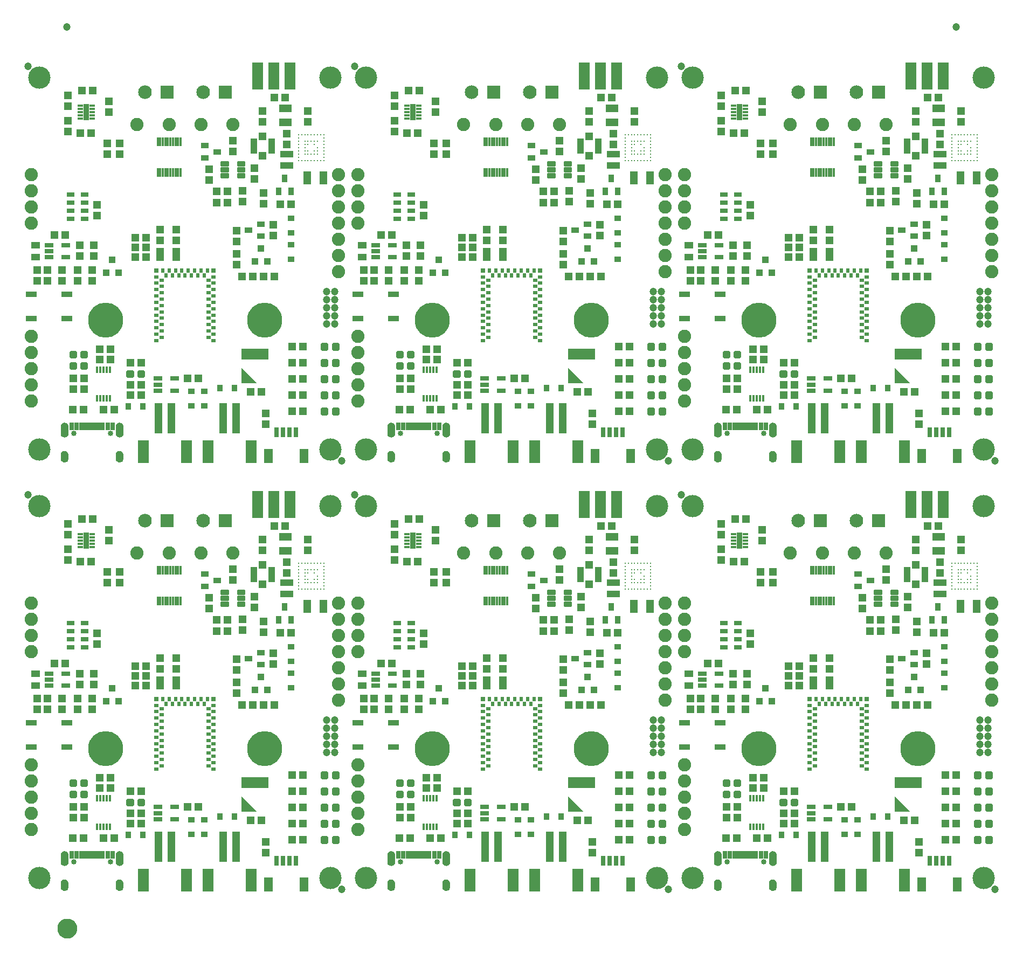
<source format=gts>
G04 EAGLE Gerber RS-274X export*
G75*
%MOMM*%
%FSLAX34Y34*%
%LPD*%
%INSoldermask Top*%
%IPPOS*%
%AMOC8*
5,1,8,0,0,1.08239X$1,22.5*%
G01*
%ADD10C,1.203200*%
%ADD11C,2.082800*%
%ADD12R,1.303200X1.203200*%
%ADD13C,0.505344*%
%ADD14R,1.203200X1.303200*%
%ADD15C,2.133600*%
%ADD16R,2.133600X2.133600*%
%ADD17R,0.914400X0.457200*%
%ADD18R,0.838200X2.590800*%
%ADD19R,0.350000X1.350000*%
%ADD20C,5.503200*%
%ADD21C,3.203200*%
%ADD22C,0.385534*%
%ADD23R,1.219200X0.838200*%
%ADD24C,0.300000*%
%ADD25R,1.203200X2.003200*%
%ADD26R,0.833200X1.033200*%
%ADD27R,4.200000X1.700000*%
%ADD28R,2.003200X1.003200*%
%ADD29R,0.838200X1.219200*%
%ADD30R,0.653200X1.153200*%
%ADD31R,1.303200X0.803200*%
%ADD32R,0.803200X0.603200*%
%ADD33R,0.803200X0.803200*%
%ADD34R,0.603200X0.803200*%
%ADD35R,1.403200X1.003200*%
%ADD36R,1.727200X0.965200*%
%ADD37R,1.203200X4.803200*%
%ADD38R,1.803200X3.603200*%
%ADD39R,1.403200X0.753200*%
%ADD40R,1.403200X2.203200*%
%ADD41R,0.803200X1.553200*%
%ADD42R,1.033200X0.833200*%
%ADD43R,0.503200X1.203200*%
%ADD44R,0.803200X1.203200*%
%ADD45C,0.853200*%
%ADD46R,0.400000X1.100000*%
%ADD47R,1.003200X1.103200*%
%ADD48R,1.703200X4.203200*%
%ADD49C,3.505200*%
%ADD50R,1.053200X2.403200*%
%ADD51R,1.203200X1.253200*%
%ADD52C,1.270000*%
%ADD53C,1.703200*%

G36*
X366812Y802273D02*
X366812Y802273D01*
X366856Y802276D01*
X366878Y802292D01*
X366904Y802300D01*
X366933Y802333D01*
X366968Y802359D01*
X366978Y802385D01*
X366996Y802405D01*
X367003Y802449D01*
X367018Y802489D01*
X367013Y802516D01*
X367017Y802543D01*
X366999Y802584D01*
X366990Y802626D01*
X366964Y802662D01*
X366960Y802671D01*
X366955Y802675D01*
X366946Y802686D01*
X342946Y826686D01*
X342908Y826707D01*
X342875Y826736D01*
X342848Y826740D01*
X342824Y826753D01*
X342780Y826750D01*
X342737Y826757D01*
X342712Y826746D01*
X342684Y826744D01*
X342649Y826718D01*
X342609Y826700D01*
X342594Y826677D01*
X342572Y826661D01*
X342556Y826620D01*
X342532Y826584D01*
X342525Y826540D01*
X342522Y826531D01*
X342523Y826524D01*
X342521Y826510D01*
X342521Y802510D01*
X342526Y802494D01*
X342523Y802477D01*
X342545Y802427D01*
X342560Y802376D01*
X342573Y802365D01*
X342580Y802349D01*
X342625Y802319D01*
X342665Y802284D01*
X342682Y802281D01*
X342697Y802272D01*
X342770Y802261D01*
X366770Y802261D01*
X366812Y802273D01*
G37*
G36*
X1392972Y802273D02*
X1392972Y802273D01*
X1393016Y802276D01*
X1393038Y802292D01*
X1393064Y802300D01*
X1393093Y802333D01*
X1393128Y802359D01*
X1393138Y802385D01*
X1393156Y802405D01*
X1393163Y802449D01*
X1393178Y802489D01*
X1393173Y802516D01*
X1393177Y802543D01*
X1393159Y802584D01*
X1393150Y802626D01*
X1393124Y802662D01*
X1393120Y802671D01*
X1393115Y802675D01*
X1393106Y802686D01*
X1369106Y826686D01*
X1369068Y826707D01*
X1369035Y826736D01*
X1369008Y826740D01*
X1368984Y826753D01*
X1368940Y826750D01*
X1368897Y826757D01*
X1368872Y826746D01*
X1368844Y826744D01*
X1368809Y826718D01*
X1368769Y826700D01*
X1368754Y826677D01*
X1368732Y826661D01*
X1368716Y826620D01*
X1368692Y826584D01*
X1368685Y826540D01*
X1368682Y826531D01*
X1368683Y826524D01*
X1368681Y826510D01*
X1368681Y802510D01*
X1368686Y802494D01*
X1368683Y802477D01*
X1368705Y802427D01*
X1368720Y802376D01*
X1368733Y802365D01*
X1368740Y802349D01*
X1368785Y802319D01*
X1368825Y802284D01*
X1368842Y802281D01*
X1368857Y802272D01*
X1368930Y802261D01*
X1392930Y802261D01*
X1392972Y802273D01*
G37*
G36*
X879892Y802273D02*
X879892Y802273D01*
X879936Y802276D01*
X879958Y802292D01*
X879984Y802300D01*
X880013Y802333D01*
X880048Y802359D01*
X880058Y802385D01*
X880076Y802405D01*
X880083Y802449D01*
X880098Y802489D01*
X880093Y802516D01*
X880097Y802543D01*
X880079Y802584D01*
X880070Y802626D01*
X880044Y802662D01*
X880040Y802671D01*
X880035Y802675D01*
X880026Y802686D01*
X856026Y826686D01*
X855988Y826707D01*
X855955Y826736D01*
X855928Y826740D01*
X855904Y826753D01*
X855860Y826750D01*
X855817Y826757D01*
X855792Y826746D01*
X855764Y826744D01*
X855729Y826718D01*
X855689Y826700D01*
X855674Y826677D01*
X855652Y826661D01*
X855636Y826620D01*
X855612Y826584D01*
X855605Y826540D01*
X855602Y826531D01*
X855603Y826524D01*
X855601Y826510D01*
X855601Y802510D01*
X855606Y802494D01*
X855603Y802477D01*
X855625Y802427D01*
X855640Y802376D01*
X855653Y802365D01*
X855660Y802349D01*
X855705Y802319D01*
X855745Y802284D01*
X855762Y802281D01*
X855777Y802272D01*
X855850Y802261D01*
X879850Y802261D01*
X879892Y802273D01*
G37*
G36*
X1392972Y129173D02*
X1392972Y129173D01*
X1393016Y129176D01*
X1393038Y129192D01*
X1393064Y129200D01*
X1393093Y129233D01*
X1393128Y129259D01*
X1393138Y129285D01*
X1393156Y129305D01*
X1393163Y129349D01*
X1393178Y129389D01*
X1393173Y129416D01*
X1393177Y129443D01*
X1393159Y129484D01*
X1393150Y129526D01*
X1393124Y129562D01*
X1393120Y129571D01*
X1393115Y129575D01*
X1393106Y129586D01*
X1369106Y153586D01*
X1369068Y153607D01*
X1369035Y153636D01*
X1369008Y153640D01*
X1368984Y153653D01*
X1368940Y153650D01*
X1368897Y153657D01*
X1368872Y153646D01*
X1368844Y153644D01*
X1368809Y153618D01*
X1368769Y153600D01*
X1368754Y153577D01*
X1368732Y153561D01*
X1368716Y153520D01*
X1368692Y153484D01*
X1368685Y153440D01*
X1368682Y153431D01*
X1368683Y153424D01*
X1368681Y153410D01*
X1368681Y129410D01*
X1368686Y129394D01*
X1368683Y129377D01*
X1368705Y129327D01*
X1368720Y129276D01*
X1368733Y129265D01*
X1368740Y129249D01*
X1368785Y129219D01*
X1368825Y129184D01*
X1368842Y129181D01*
X1368857Y129172D01*
X1368930Y129161D01*
X1392930Y129161D01*
X1392972Y129173D01*
G37*
G36*
X879892Y129173D02*
X879892Y129173D01*
X879936Y129176D01*
X879958Y129192D01*
X879984Y129200D01*
X880013Y129233D01*
X880048Y129259D01*
X880058Y129285D01*
X880076Y129305D01*
X880083Y129349D01*
X880098Y129389D01*
X880093Y129416D01*
X880097Y129443D01*
X880079Y129484D01*
X880070Y129526D01*
X880044Y129562D01*
X880040Y129571D01*
X880035Y129575D01*
X880026Y129586D01*
X856026Y153586D01*
X855988Y153607D01*
X855955Y153636D01*
X855928Y153640D01*
X855904Y153653D01*
X855860Y153650D01*
X855817Y153657D01*
X855792Y153646D01*
X855764Y153644D01*
X855729Y153618D01*
X855689Y153600D01*
X855674Y153577D01*
X855652Y153561D01*
X855636Y153520D01*
X855612Y153484D01*
X855605Y153440D01*
X855602Y153431D01*
X855603Y153424D01*
X855601Y153410D01*
X855601Y129410D01*
X855606Y129394D01*
X855603Y129377D01*
X855625Y129327D01*
X855640Y129276D01*
X855653Y129265D01*
X855660Y129249D01*
X855705Y129219D01*
X855745Y129184D01*
X855762Y129181D01*
X855777Y129172D01*
X855850Y129161D01*
X879850Y129161D01*
X879892Y129173D01*
G37*
G36*
X366812Y129173D02*
X366812Y129173D01*
X366856Y129176D01*
X366878Y129192D01*
X366904Y129200D01*
X366933Y129233D01*
X366968Y129259D01*
X366978Y129285D01*
X366996Y129305D01*
X367003Y129349D01*
X367018Y129389D01*
X367013Y129416D01*
X367017Y129443D01*
X366999Y129484D01*
X366990Y129526D01*
X366964Y129562D01*
X366960Y129571D01*
X366955Y129575D01*
X366946Y129586D01*
X342946Y153586D01*
X342908Y153607D01*
X342875Y153636D01*
X342848Y153640D01*
X342824Y153653D01*
X342780Y153650D01*
X342737Y153657D01*
X342712Y153646D01*
X342684Y153644D01*
X342649Y153618D01*
X342609Y153600D01*
X342594Y153577D01*
X342572Y153561D01*
X342556Y153520D01*
X342532Y153484D01*
X342525Y153440D01*
X342522Y153431D01*
X342523Y153424D01*
X342521Y153410D01*
X342521Y129410D01*
X342526Y129394D01*
X342523Y129377D01*
X342545Y129327D01*
X342560Y129276D01*
X342573Y129265D01*
X342580Y129249D01*
X342625Y129219D01*
X342665Y129184D01*
X342682Y129181D01*
X342697Y129172D01*
X342770Y129161D01*
X366770Y129161D01*
X366812Y129173D01*
G37*
G36*
X152434Y717253D02*
X152434Y717253D01*
X152440Y717259D01*
X152445Y717255D01*
X153675Y717620D01*
X153680Y717627D01*
X153685Y717625D01*
X154804Y718255D01*
X154807Y718262D01*
X154813Y718261D01*
X155763Y719124D01*
X155764Y719132D01*
X155770Y719132D01*
X156504Y720185D01*
X156504Y720193D01*
X156509Y720195D01*
X156991Y721385D01*
X156989Y721390D01*
X156993Y721393D01*
X156992Y721394D01*
X156994Y721395D01*
X157199Y722662D01*
X157196Y722667D01*
X157199Y722670D01*
X157199Y734670D01*
X157196Y734674D01*
X157199Y734677D01*
X157044Y735799D01*
X157039Y735804D01*
X157042Y735808D01*
X156671Y736879D01*
X156665Y736883D01*
X156667Y736888D01*
X156094Y737865D01*
X156088Y737868D01*
X156089Y737873D01*
X155336Y738720D01*
X155329Y738722D01*
X155329Y738727D01*
X154426Y739411D01*
X154419Y739411D01*
X154418Y739416D01*
X153399Y739911D01*
X153392Y739909D01*
X153390Y739914D01*
X152293Y740201D01*
X152287Y740198D01*
X152284Y740202D01*
X151153Y740269D01*
X151147Y740269D01*
X150016Y740202D01*
X150011Y740197D01*
X150007Y740201D01*
X148910Y739914D01*
X148906Y739908D01*
X148901Y739911D01*
X147882Y739416D01*
X147879Y739410D01*
X147874Y739411D01*
X146971Y738727D01*
X146969Y738720D01*
X146964Y738720D01*
X146211Y737873D01*
X146211Y737866D01*
X146206Y737865D01*
X145633Y736888D01*
X145634Y736885D01*
X145633Y736884D01*
X145634Y736883D01*
X145634Y736881D01*
X145629Y736879D01*
X145258Y735808D01*
X145260Y735803D01*
X145257Y735801D01*
X145257Y735800D01*
X145256Y735799D01*
X145101Y734677D01*
X145104Y734672D01*
X145101Y734670D01*
X145101Y722670D01*
X145104Y722665D01*
X145101Y722662D01*
X145306Y721395D01*
X145312Y721389D01*
X145309Y721385D01*
X145791Y720195D01*
X145798Y720191D01*
X145796Y720185D01*
X146530Y719132D01*
X146538Y719130D01*
X146537Y719124D01*
X147487Y718261D01*
X147496Y718260D01*
X147496Y718255D01*
X148615Y717625D01*
X148623Y717626D01*
X148625Y717620D01*
X149855Y717255D01*
X149863Y717258D01*
X149866Y717253D01*
X151147Y717171D01*
X151151Y717174D01*
X151153Y717171D01*
X152434Y717253D01*
G37*
G36*
X1092194Y717253D02*
X1092194Y717253D01*
X1092200Y717259D01*
X1092205Y717255D01*
X1093435Y717620D01*
X1093440Y717627D01*
X1093445Y717625D01*
X1094564Y718255D01*
X1094567Y718262D01*
X1094573Y718261D01*
X1095523Y719124D01*
X1095524Y719132D01*
X1095530Y719132D01*
X1096264Y720185D01*
X1096264Y720193D01*
X1096269Y720195D01*
X1096751Y721385D01*
X1096749Y721390D01*
X1096753Y721393D01*
X1096752Y721394D01*
X1096754Y721395D01*
X1096959Y722662D01*
X1096956Y722667D01*
X1096959Y722670D01*
X1096959Y734670D01*
X1096956Y734674D01*
X1096959Y734677D01*
X1096804Y735799D01*
X1096799Y735804D01*
X1096802Y735808D01*
X1096431Y736879D01*
X1096425Y736883D01*
X1096427Y736888D01*
X1095854Y737865D01*
X1095848Y737868D01*
X1095849Y737873D01*
X1095096Y738720D01*
X1095089Y738722D01*
X1095089Y738727D01*
X1094186Y739411D01*
X1094179Y739411D01*
X1094178Y739416D01*
X1093159Y739911D01*
X1093152Y739909D01*
X1093150Y739914D01*
X1092053Y740201D01*
X1092047Y740198D01*
X1092044Y740202D01*
X1090913Y740269D01*
X1090907Y740269D01*
X1089776Y740202D01*
X1089771Y740197D01*
X1089767Y740201D01*
X1088670Y739914D01*
X1088666Y739908D01*
X1088661Y739911D01*
X1087642Y739416D01*
X1087639Y739410D01*
X1087634Y739411D01*
X1086731Y738727D01*
X1086729Y738720D01*
X1086724Y738720D01*
X1085971Y737873D01*
X1085971Y737866D01*
X1085966Y737865D01*
X1085393Y736888D01*
X1085394Y736885D01*
X1085393Y736884D01*
X1085394Y736883D01*
X1085394Y736881D01*
X1085389Y736879D01*
X1085018Y735808D01*
X1085020Y735803D01*
X1085017Y735801D01*
X1085017Y735800D01*
X1085016Y735799D01*
X1084861Y734677D01*
X1084864Y734672D01*
X1084861Y734670D01*
X1084861Y722670D01*
X1084864Y722665D01*
X1084861Y722662D01*
X1085066Y721395D01*
X1085072Y721389D01*
X1085069Y721385D01*
X1085551Y720195D01*
X1085558Y720191D01*
X1085556Y720185D01*
X1086290Y719132D01*
X1086298Y719130D01*
X1086297Y719124D01*
X1087247Y718261D01*
X1087256Y718260D01*
X1087256Y718255D01*
X1088375Y717625D01*
X1088383Y717626D01*
X1088385Y717620D01*
X1089615Y717255D01*
X1089623Y717258D01*
X1089626Y717253D01*
X1090907Y717171D01*
X1090911Y717174D01*
X1090913Y717171D01*
X1092194Y717253D01*
G37*
G36*
X66034Y717253D02*
X66034Y717253D01*
X66040Y717259D01*
X66045Y717255D01*
X67275Y717620D01*
X67280Y717627D01*
X67285Y717625D01*
X68404Y718255D01*
X68407Y718262D01*
X68413Y718261D01*
X69363Y719124D01*
X69364Y719132D01*
X69370Y719132D01*
X70104Y720185D01*
X70104Y720193D01*
X70109Y720195D01*
X70591Y721385D01*
X70589Y721390D01*
X70593Y721393D01*
X70592Y721394D01*
X70594Y721395D01*
X70799Y722662D01*
X70796Y722667D01*
X70799Y722670D01*
X70799Y734670D01*
X70796Y734674D01*
X70799Y734677D01*
X70644Y735799D01*
X70639Y735804D01*
X70642Y735808D01*
X70271Y736879D01*
X70265Y736883D01*
X70267Y736888D01*
X69694Y737865D01*
X69688Y737868D01*
X69689Y737873D01*
X68936Y738720D01*
X68929Y738722D01*
X68929Y738727D01*
X68026Y739411D01*
X68019Y739411D01*
X68018Y739416D01*
X66999Y739911D01*
X66992Y739909D01*
X66990Y739914D01*
X65893Y740201D01*
X65887Y740198D01*
X65884Y740202D01*
X64753Y740269D01*
X64747Y740269D01*
X63616Y740202D01*
X63611Y740197D01*
X63607Y740201D01*
X62510Y739914D01*
X62506Y739908D01*
X62501Y739911D01*
X61482Y739416D01*
X61479Y739410D01*
X61474Y739411D01*
X60571Y738727D01*
X60569Y738720D01*
X60564Y738720D01*
X59811Y737873D01*
X59811Y737866D01*
X59806Y737865D01*
X59233Y736888D01*
X59234Y736885D01*
X59233Y736884D01*
X59234Y736883D01*
X59234Y736881D01*
X59229Y736879D01*
X58858Y735808D01*
X58860Y735803D01*
X58857Y735801D01*
X58857Y735800D01*
X58856Y735799D01*
X58701Y734677D01*
X58704Y734672D01*
X58701Y734670D01*
X58701Y722670D01*
X58704Y722665D01*
X58701Y722662D01*
X58906Y721395D01*
X58912Y721389D01*
X58909Y721385D01*
X59391Y720195D01*
X59398Y720191D01*
X59396Y720185D01*
X60130Y719132D01*
X60138Y719130D01*
X60137Y719124D01*
X61087Y718261D01*
X61096Y718260D01*
X61096Y718255D01*
X62215Y717625D01*
X62223Y717626D01*
X62225Y717620D01*
X63455Y717255D01*
X63463Y717258D01*
X63466Y717253D01*
X64747Y717171D01*
X64751Y717174D01*
X64753Y717171D01*
X66034Y717253D01*
G37*
G36*
X579114Y717253D02*
X579114Y717253D01*
X579120Y717259D01*
X579125Y717255D01*
X580355Y717620D01*
X580360Y717627D01*
X580365Y717625D01*
X581484Y718255D01*
X581487Y718262D01*
X581493Y718261D01*
X582443Y719124D01*
X582444Y719132D01*
X582450Y719132D01*
X583184Y720185D01*
X583184Y720193D01*
X583189Y720195D01*
X583671Y721385D01*
X583669Y721390D01*
X583673Y721393D01*
X583672Y721394D01*
X583674Y721395D01*
X583879Y722662D01*
X583876Y722667D01*
X583879Y722670D01*
X583879Y734670D01*
X583876Y734674D01*
X583879Y734677D01*
X583724Y735799D01*
X583719Y735804D01*
X583722Y735808D01*
X583351Y736879D01*
X583345Y736883D01*
X583347Y736888D01*
X582774Y737865D01*
X582768Y737868D01*
X582769Y737873D01*
X582016Y738720D01*
X582009Y738722D01*
X582009Y738727D01*
X581106Y739411D01*
X581099Y739411D01*
X581098Y739416D01*
X580079Y739911D01*
X580072Y739909D01*
X580070Y739914D01*
X578973Y740201D01*
X578967Y740198D01*
X578964Y740202D01*
X577833Y740269D01*
X577827Y740269D01*
X576696Y740202D01*
X576691Y740197D01*
X576687Y740201D01*
X575590Y739914D01*
X575586Y739908D01*
X575581Y739911D01*
X574562Y739416D01*
X574559Y739410D01*
X574554Y739411D01*
X573651Y738727D01*
X573649Y738720D01*
X573644Y738720D01*
X572891Y737873D01*
X572891Y737866D01*
X572886Y737865D01*
X572313Y736888D01*
X572314Y736885D01*
X572313Y736884D01*
X572314Y736883D01*
X572314Y736881D01*
X572309Y736879D01*
X571938Y735808D01*
X571940Y735803D01*
X571937Y735801D01*
X571937Y735800D01*
X571936Y735799D01*
X571781Y734677D01*
X571784Y734672D01*
X571781Y734670D01*
X571781Y722670D01*
X571784Y722665D01*
X571781Y722662D01*
X571986Y721395D01*
X571992Y721389D01*
X571989Y721385D01*
X572471Y720195D01*
X572478Y720191D01*
X572476Y720185D01*
X573210Y719132D01*
X573218Y719130D01*
X573217Y719124D01*
X574167Y718261D01*
X574176Y718260D01*
X574176Y718255D01*
X575295Y717625D01*
X575303Y717626D01*
X575305Y717620D01*
X576535Y717255D01*
X576543Y717258D01*
X576546Y717253D01*
X577827Y717171D01*
X577831Y717174D01*
X577833Y717171D01*
X579114Y717253D01*
G37*
G36*
X665514Y717253D02*
X665514Y717253D01*
X665520Y717259D01*
X665525Y717255D01*
X666755Y717620D01*
X666760Y717627D01*
X666765Y717625D01*
X667884Y718255D01*
X667887Y718262D01*
X667893Y718261D01*
X668843Y719124D01*
X668844Y719132D01*
X668850Y719132D01*
X669584Y720185D01*
X669584Y720193D01*
X669589Y720195D01*
X670071Y721385D01*
X670069Y721390D01*
X670073Y721393D01*
X670072Y721394D01*
X670074Y721395D01*
X670279Y722662D01*
X670276Y722667D01*
X670279Y722670D01*
X670279Y734670D01*
X670276Y734674D01*
X670279Y734677D01*
X670124Y735799D01*
X670119Y735804D01*
X670122Y735808D01*
X669751Y736879D01*
X669745Y736883D01*
X669747Y736888D01*
X669174Y737865D01*
X669168Y737868D01*
X669169Y737873D01*
X668416Y738720D01*
X668409Y738722D01*
X668409Y738727D01*
X667506Y739411D01*
X667499Y739411D01*
X667498Y739416D01*
X666479Y739911D01*
X666472Y739909D01*
X666470Y739914D01*
X665373Y740201D01*
X665367Y740198D01*
X665364Y740202D01*
X664233Y740269D01*
X664227Y740269D01*
X663096Y740202D01*
X663091Y740197D01*
X663087Y740201D01*
X661990Y739914D01*
X661986Y739908D01*
X661981Y739911D01*
X660962Y739416D01*
X660959Y739410D01*
X660954Y739411D01*
X660051Y738727D01*
X660049Y738720D01*
X660044Y738720D01*
X659291Y737873D01*
X659291Y737866D01*
X659286Y737865D01*
X658713Y736888D01*
X658714Y736885D01*
X658713Y736884D01*
X658714Y736883D01*
X658714Y736881D01*
X658709Y736879D01*
X658338Y735808D01*
X658340Y735803D01*
X658337Y735801D01*
X658337Y735800D01*
X658336Y735799D01*
X658181Y734677D01*
X658184Y734672D01*
X658181Y734670D01*
X658181Y722670D01*
X658184Y722665D01*
X658181Y722662D01*
X658386Y721395D01*
X658392Y721389D01*
X658389Y721385D01*
X658871Y720195D01*
X658878Y720191D01*
X658876Y720185D01*
X659610Y719132D01*
X659618Y719130D01*
X659617Y719124D01*
X660567Y718261D01*
X660576Y718260D01*
X660576Y718255D01*
X661695Y717625D01*
X661703Y717626D01*
X661705Y717620D01*
X662935Y717255D01*
X662943Y717258D01*
X662946Y717253D01*
X664227Y717171D01*
X664231Y717174D01*
X664233Y717171D01*
X665514Y717253D01*
G37*
G36*
X1178594Y717253D02*
X1178594Y717253D01*
X1178600Y717259D01*
X1178605Y717255D01*
X1179835Y717620D01*
X1179840Y717627D01*
X1179845Y717625D01*
X1180964Y718255D01*
X1180967Y718262D01*
X1180973Y718261D01*
X1181923Y719124D01*
X1181924Y719132D01*
X1181930Y719132D01*
X1182664Y720185D01*
X1182664Y720193D01*
X1182669Y720195D01*
X1183151Y721385D01*
X1183149Y721390D01*
X1183153Y721393D01*
X1183152Y721394D01*
X1183154Y721395D01*
X1183359Y722662D01*
X1183356Y722667D01*
X1183359Y722670D01*
X1183359Y734670D01*
X1183356Y734674D01*
X1183359Y734677D01*
X1183204Y735799D01*
X1183199Y735804D01*
X1183202Y735808D01*
X1182831Y736879D01*
X1182825Y736883D01*
X1182827Y736888D01*
X1182254Y737865D01*
X1182248Y737868D01*
X1182249Y737873D01*
X1181496Y738720D01*
X1181489Y738722D01*
X1181489Y738727D01*
X1180586Y739411D01*
X1180579Y739411D01*
X1180578Y739416D01*
X1179559Y739911D01*
X1179552Y739909D01*
X1179550Y739914D01*
X1178453Y740201D01*
X1178447Y740198D01*
X1178444Y740202D01*
X1177313Y740269D01*
X1177307Y740269D01*
X1176176Y740202D01*
X1176171Y740197D01*
X1176167Y740201D01*
X1175070Y739914D01*
X1175066Y739908D01*
X1175061Y739911D01*
X1174042Y739416D01*
X1174039Y739410D01*
X1174034Y739411D01*
X1173131Y738727D01*
X1173129Y738720D01*
X1173124Y738720D01*
X1172371Y737873D01*
X1172371Y737866D01*
X1172366Y737865D01*
X1171793Y736888D01*
X1171794Y736885D01*
X1171793Y736884D01*
X1171794Y736883D01*
X1171794Y736881D01*
X1171789Y736879D01*
X1171418Y735808D01*
X1171420Y735803D01*
X1171417Y735801D01*
X1171417Y735800D01*
X1171416Y735799D01*
X1171261Y734677D01*
X1171264Y734672D01*
X1171261Y734670D01*
X1171261Y722670D01*
X1171264Y722665D01*
X1171261Y722662D01*
X1171466Y721395D01*
X1171472Y721389D01*
X1171469Y721385D01*
X1171951Y720195D01*
X1171958Y720191D01*
X1171956Y720185D01*
X1172690Y719132D01*
X1172698Y719130D01*
X1172697Y719124D01*
X1173647Y718261D01*
X1173656Y718260D01*
X1173656Y718255D01*
X1174775Y717625D01*
X1174783Y717626D01*
X1174785Y717620D01*
X1176015Y717255D01*
X1176023Y717258D01*
X1176026Y717253D01*
X1177307Y717171D01*
X1177311Y717174D01*
X1177313Y717171D01*
X1178594Y717253D01*
G37*
G36*
X665514Y44153D02*
X665514Y44153D01*
X665520Y44159D01*
X665525Y44155D01*
X666755Y44520D01*
X666760Y44527D01*
X666765Y44525D01*
X667884Y45155D01*
X667887Y45162D01*
X667893Y45161D01*
X668843Y46024D01*
X668844Y46032D01*
X668850Y46032D01*
X669584Y47085D01*
X669584Y47093D01*
X669589Y47095D01*
X670071Y48285D01*
X670069Y48290D01*
X670073Y48293D01*
X670072Y48294D01*
X670074Y48295D01*
X670279Y49562D01*
X670276Y49567D01*
X670279Y49570D01*
X670279Y61570D01*
X670276Y61574D01*
X670279Y61577D01*
X670124Y62699D01*
X670119Y62704D01*
X670122Y62708D01*
X669751Y63779D01*
X669745Y63783D01*
X669747Y63788D01*
X669174Y64765D01*
X669168Y64768D01*
X669169Y64773D01*
X668416Y65620D01*
X668409Y65622D01*
X668409Y65627D01*
X667506Y66311D01*
X667499Y66311D01*
X667498Y66316D01*
X666479Y66811D01*
X666472Y66809D01*
X666470Y66814D01*
X665373Y67101D01*
X665367Y67098D01*
X665364Y67102D01*
X664233Y67169D01*
X664227Y67169D01*
X663096Y67102D01*
X663091Y67097D01*
X663087Y67101D01*
X661990Y66814D01*
X661986Y66808D01*
X661981Y66811D01*
X660962Y66316D01*
X660959Y66310D01*
X660954Y66311D01*
X660051Y65627D01*
X660049Y65620D01*
X660044Y65620D01*
X659291Y64773D01*
X659291Y64766D01*
X659286Y64765D01*
X658713Y63788D01*
X658714Y63785D01*
X658713Y63784D01*
X658714Y63783D01*
X658714Y63781D01*
X658709Y63779D01*
X658338Y62708D01*
X658340Y62703D01*
X658337Y62701D01*
X658337Y62700D01*
X658336Y62699D01*
X658181Y61577D01*
X658184Y61572D01*
X658181Y61570D01*
X658181Y49570D01*
X658184Y49565D01*
X658181Y49562D01*
X658386Y48295D01*
X658392Y48289D01*
X658389Y48285D01*
X658871Y47095D01*
X658878Y47091D01*
X658876Y47085D01*
X659610Y46032D01*
X659618Y46030D01*
X659617Y46024D01*
X660567Y45161D01*
X660576Y45160D01*
X660576Y45155D01*
X661695Y44525D01*
X661703Y44526D01*
X661705Y44520D01*
X662935Y44155D01*
X662943Y44158D01*
X662946Y44153D01*
X664227Y44071D01*
X664231Y44074D01*
X664233Y44071D01*
X665514Y44153D01*
G37*
G36*
X66034Y44153D02*
X66034Y44153D01*
X66040Y44159D01*
X66045Y44155D01*
X67275Y44520D01*
X67280Y44527D01*
X67285Y44525D01*
X68404Y45155D01*
X68407Y45162D01*
X68413Y45161D01*
X69363Y46024D01*
X69364Y46032D01*
X69370Y46032D01*
X70104Y47085D01*
X70104Y47093D01*
X70109Y47095D01*
X70591Y48285D01*
X70589Y48290D01*
X70593Y48293D01*
X70592Y48294D01*
X70594Y48295D01*
X70799Y49562D01*
X70796Y49567D01*
X70799Y49570D01*
X70799Y61570D01*
X70796Y61574D01*
X70799Y61577D01*
X70644Y62699D01*
X70639Y62704D01*
X70642Y62708D01*
X70271Y63779D01*
X70265Y63783D01*
X70267Y63788D01*
X69694Y64765D01*
X69688Y64768D01*
X69689Y64773D01*
X68936Y65620D01*
X68929Y65622D01*
X68929Y65627D01*
X68026Y66311D01*
X68019Y66311D01*
X68018Y66316D01*
X66999Y66811D01*
X66992Y66809D01*
X66990Y66814D01*
X65893Y67101D01*
X65887Y67098D01*
X65884Y67102D01*
X64753Y67169D01*
X64747Y67169D01*
X63616Y67102D01*
X63611Y67097D01*
X63607Y67101D01*
X62510Y66814D01*
X62506Y66808D01*
X62501Y66811D01*
X61482Y66316D01*
X61479Y66310D01*
X61474Y66311D01*
X60571Y65627D01*
X60569Y65620D01*
X60564Y65620D01*
X59811Y64773D01*
X59811Y64766D01*
X59806Y64765D01*
X59233Y63788D01*
X59234Y63785D01*
X59233Y63784D01*
X59234Y63783D01*
X59234Y63781D01*
X59229Y63779D01*
X58858Y62708D01*
X58860Y62703D01*
X58857Y62701D01*
X58857Y62700D01*
X58856Y62699D01*
X58701Y61577D01*
X58704Y61572D01*
X58701Y61570D01*
X58701Y49570D01*
X58704Y49565D01*
X58701Y49562D01*
X58906Y48295D01*
X58912Y48289D01*
X58909Y48285D01*
X59391Y47095D01*
X59398Y47091D01*
X59396Y47085D01*
X60130Y46032D01*
X60138Y46030D01*
X60137Y46024D01*
X61087Y45161D01*
X61096Y45160D01*
X61096Y45155D01*
X62215Y44525D01*
X62223Y44526D01*
X62225Y44520D01*
X63455Y44155D01*
X63463Y44158D01*
X63466Y44153D01*
X64747Y44071D01*
X64751Y44074D01*
X64753Y44071D01*
X66034Y44153D01*
G37*
G36*
X1092194Y44153D02*
X1092194Y44153D01*
X1092200Y44159D01*
X1092205Y44155D01*
X1093435Y44520D01*
X1093440Y44527D01*
X1093445Y44525D01*
X1094564Y45155D01*
X1094567Y45162D01*
X1094573Y45161D01*
X1095523Y46024D01*
X1095524Y46032D01*
X1095530Y46032D01*
X1096264Y47085D01*
X1096264Y47093D01*
X1096269Y47095D01*
X1096751Y48285D01*
X1096749Y48290D01*
X1096753Y48293D01*
X1096752Y48294D01*
X1096754Y48295D01*
X1096959Y49562D01*
X1096956Y49567D01*
X1096959Y49570D01*
X1096959Y61570D01*
X1096956Y61574D01*
X1096959Y61577D01*
X1096804Y62699D01*
X1096799Y62704D01*
X1096802Y62708D01*
X1096431Y63779D01*
X1096425Y63783D01*
X1096427Y63788D01*
X1095854Y64765D01*
X1095848Y64768D01*
X1095849Y64773D01*
X1095096Y65620D01*
X1095089Y65622D01*
X1095089Y65627D01*
X1094186Y66311D01*
X1094179Y66311D01*
X1094178Y66316D01*
X1093159Y66811D01*
X1093152Y66809D01*
X1093150Y66814D01*
X1092053Y67101D01*
X1092047Y67098D01*
X1092044Y67102D01*
X1090913Y67169D01*
X1090907Y67169D01*
X1089776Y67102D01*
X1089771Y67097D01*
X1089767Y67101D01*
X1088670Y66814D01*
X1088666Y66808D01*
X1088661Y66811D01*
X1087642Y66316D01*
X1087639Y66310D01*
X1087634Y66311D01*
X1086731Y65627D01*
X1086729Y65620D01*
X1086724Y65620D01*
X1085971Y64773D01*
X1085971Y64766D01*
X1085966Y64765D01*
X1085393Y63788D01*
X1085394Y63785D01*
X1085393Y63784D01*
X1085394Y63783D01*
X1085394Y63781D01*
X1085389Y63779D01*
X1085018Y62708D01*
X1085020Y62703D01*
X1085017Y62701D01*
X1085017Y62700D01*
X1085016Y62699D01*
X1084861Y61577D01*
X1084864Y61572D01*
X1084861Y61570D01*
X1084861Y49570D01*
X1084864Y49565D01*
X1084861Y49562D01*
X1085066Y48295D01*
X1085072Y48289D01*
X1085069Y48285D01*
X1085551Y47095D01*
X1085558Y47091D01*
X1085556Y47085D01*
X1086290Y46032D01*
X1086298Y46030D01*
X1086297Y46024D01*
X1087247Y45161D01*
X1087256Y45160D01*
X1087256Y45155D01*
X1088375Y44525D01*
X1088383Y44526D01*
X1088385Y44520D01*
X1089615Y44155D01*
X1089623Y44158D01*
X1089626Y44153D01*
X1090907Y44071D01*
X1090911Y44074D01*
X1090913Y44071D01*
X1092194Y44153D01*
G37*
G36*
X1178594Y44153D02*
X1178594Y44153D01*
X1178600Y44159D01*
X1178605Y44155D01*
X1179835Y44520D01*
X1179840Y44527D01*
X1179845Y44525D01*
X1180964Y45155D01*
X1180967Y45162D01*
X1180973Y45161D01*
X1181923Y46024D01*
X1181924Y46032D01*
X1181930Y46032D01*
X1182664Y47085D01*
X1182664Y47093D01*
X1182669Y47095D01*
X1183151Y48285D01*
X1183149Y48290D01*
X1183153Y48293D01*
X1183152Y48294D01*
X1183154Y48295D01*
X1183359Y49562D01*
X1183356Y49567D01*
X1183359Y49570D01*
X1183359Y61570D01*
X1183356Y61574D01*
X1183359Y61577D01*
X1183204Y62699D01*
X1183199Y62704D01*
X1183202Y62708D01*
X1182831Y63779D01*
X1182825Y63783D01*
X1182827Y63788D01*
X1182254Y64765D01*
X1182248Y64768D01*
X1182249Y64773D01*
X1181496Y65620D01*
X1181489Y65622D01*
X1181489Y65627D01*
X1180586Y66311D01*
X1180579Y66311D01*
X1180578Y66316D01*
X1179559Y66811D01*
X1179552Y66809D01*
X1179550Y66814D01*
X1178453Y67101D01*
X1178447Y67098D01*
X1178444Y67102D01*
X1177313Y67169D01*
X1177307Y67169D01*
X1176176Y67102D01*
X1176171Y67097D01*
X1176167Y67101D01*
X1175070Y66814D01*
X1175066Y66808D01*
X1175061Y66811D01*
X1174042Y66316D01*
X1174039Y66310D01*
X1174034Y66311D01*
X1173131Y65627D01*
X1173129Y65620D01*
X1173124Y65620D01*
X1172371Y64773D01*
X1172371Y64766D01*
X1172366Y64765D01*
X1171793Y63788D01*
X1171794Y63785D01*
X1171793Y63784D01*
X1171794Y63783D01*
X1171794Y63781D01*
X1171789Y63779D01*
X1171418Y62708D01*
X1171420Y62703D01*
X1171417Y62701D01*
X1171417Y62700D01*
X1171416Y62699D01*
X1171261Y61577D01*
X1171264Y61572D01*
X1171261Y61570D01*
X1171261Y49570D01*
X1171264Y49565D01*
X1171261Y49562D01*
X1171466Y48295D01*
X1171472Y48289D01*
X1171469Y48285D01*
X1171951Y47095D01*
X1171958Y47091D01*
X1171956Y47085D01*
X1172690Y46032D01*
X1172698Y46030D01*
X1172697Y46024D01*
X1173647Y45161D01*
X1173656Y45160D01*
X1173656Y45155D01*
X1174775Y44525D01*
X1174783Y44526D01*
X1174785Y44520D01*
X1176015Y44155D01*
X1176023Y44158D01*
X1176026Y44153D01*
X1177307Y44071D01*
X1177311Y44074D01*
X1177313Y44071D01*
X1178594Y44153D01*
G37*
G36*
X579114Y44153D02*
X579114Y44153D01*
X579120Y44159D01*
X579125Y44155D01*
X580355Y44520D01*
X580360Y44527D01*
X580365Y44525D01*
X581484Y45155D01*
X581487Y45162D01*
X581493Y45161D01*
X582443Y46024D01*
X582444Y46032D01*
X582450Y46032D01*
X583184Y47085D01*
X583184Y47093D01*
X583189Y47095D01*
X583671Y48285D01*
X583669Y48290D01*
X583673Y48293D01*
X583672Y48294D01*
X583674Y48295D01*
X583879Y49562D01*
X583876Y49567D01*
X583879Y49570D01*
X583879Y61570D01*
X583876Y61574D01*
X583879Y61577D01*
X583724Y62699D01*
X583719Y62704D01*
X583722Y62708D01*
X583351Y63779D01*
X583345Y63783D01*
X583347Y63788D01*
X582774Y64765D01*
X582768Y64768D01*
X582769Y64773D01*
X582016Y65620D01*
X582009Y65622D01*
X582009Y65627D01*
X581106Y66311D01*
X581099Y66311D01*
X581098Y66316D01*
X580079Y66811D01*
X580072Y66809D01*
X580070Y66814D01*
X578973Y67101D01*
X578967Y67098D01*
X578964Y67102D01*
X577833Y67169D01*
X577827Y67169D01*
X576696Y67102D01*
X576691Y67097D01*
X576687Y67101D01*
X575590Y66814D01*
X575586Y66808D01*
X575581Y66811D01*
X574562Y66316D01*
X574559Y66310D01*
X574554Y66311D01*
X573651Y65627D01*
X573649Y65620D01*
X573644Y65620D01*
X572891Y64773D01*
X572891Y64766D01*
X572886Y64765D01*
X572313Y63788D01*
X572314Y63785D01*
X572313Y63784D01*
X572314Y63783D01*
X572314Y63781D01*
X572309Y63779D01*
X571938Y62708D01*
X571940Y62703D01*
X571937Y62701D01*
X571937Y62700D01*
X571936Y62699D01*
X571781Y61577D01*
X571784Y61572D01*
X571781Y61570D01*
X571781Y49570D01*
X571784Y49565D01*
X571781Y49562D01*
X571986Y48295D01*
X571992Y48289D01*
X571989Y48285D01*
X572471Y47095D01*
X572478Y47091D01*
X572476Y47085D01*
X573210Y46032D01*
X573218Y46030D01*
X573217Y46024D01*
X574167Y45161D01*
X574176Y45160D01*
X574176Y45155D01*
X575295Y44525D01*
X575303Y44526D01*
X575305Y44520D01*
X576535Y44155D01*
X576543Y44158D01*
X576546Y44153D01*
X577827Y44071D01*
X577831Y44074D01*
X577833Y44071D01*
X579114Y44153D01*
G37*
G36*
X152434Y44153D02*
X152434Y44153D01*
X152440Y44159D01*
X152445Y44155D01*
X153675Y44520D01*
X153680Y44527D01*
X153685Y44525D01*
X154804Y45155D01*
X154807Y45162D01*
X154813Y45161D01*
X155763Y46024D01*
X155764Y46032D01*
X155770Y46032D01*
X156504Y47085D01*
X156504Y47093D01*
X156509Y47095D01*
X156991Y48285D01*
X156989Y48290D01*
X156993Y48293D01*
X156992Y48294D01*
X156994Y48295D01*
X157199Y49562D01*
X157196Y49567D01*
X157199Y49570D01*
X157199Y61570D01*
X157196Y61574D01*
X157199Y61577D01*
X157044Y62699D01*
X157039Y62704D01*
X157042Y62708D01*
X156671Y63779D01*
X156665Y63783D01*
X156667Y63788D01*
X156094Y64765D01*
X156088Y64768D01*
X156089Y64773D01*
X155336Y65620D01*
X155329Y65622D01*
X155329Y65627D01*
X154426Y66311D01*
X154419Y66311D01*
X154418Y66316D01*
X153399Y66811D01*
X153392Y66809D01*
X153390Y66814D01*
X152293Y67101D01*
X152287Y67098D01*
X152284Y67102D01*
X151153Y67169D01*
X151147Y67169D01*
X150016Y67102D01*
X150011Y67097D01*
X150007Y67101D01*
X148910Y66814D01*
X148906Y66808D01*
X148901Y66811D01*
X147882Y66316D01*
X147879Y66310D01*
X147874Y66311D01*
X146971Y65627D01*
X146969Y65620D01*
X146964Y65620D01*
X146211Y64773D01*
X146211Y64766D01*
X146206Y64765D01*
X145633Y63788D01*
X145634Y63785D01*
X145633Y63784D01*
X145634Y63783D01*
X145634Y63781D01*
X145629Y63779D01*
X145258Y62708D01*
X145260Y62703D01*
X145257Y62701D01*
X145257Y62700D01*
X145256Y62699D01*
X145101Y61577D01*
X145104Y61572D01*
X145101Y61570D01*
X145101Y49570D01*
X145104Y49565D01*
X145101Y49562D01*
X145306Y48295D01*
X145312Y48289D01*
X145309Y48285D01*
X145791Y47095D01*
X145798Y47091D01*
X145796Y47085D01*
X146530Y46032D01*
X146538Y46030D01*
X146537Y46024D01*
X147487Y45161D01*
X147496Y45160D01*
X147496Y45155D01*
X148615Y44525D01*
X148623Y44526D01*
X148625Y44520D01*
X149855Y44155D01*
X149863Y44158D01*
X149866Y44153D01*
X151147Y44071D01*
X151151Y44074D01*
X151153Y44071D01*
X152434Y44153D01*
G37*
G36*
X579001Y677981D02*
X579001Y677981D01*
X579006Y677986D01*
X579010Y677983D01*
X580133Y678318D01*
X580137Y678324D01*
X580141Y678322D01*
X581177Y678870D01*
X581180Y678876D01*
X581185Y678875D01*
X582093Y679614D01*
X582095Y679621D01*
X582100Y679621D01*
X582847Y680523D01*
X582847Y680531D01*
X582853Y680531D01*
X583409Y681562D01*
X583408Y681569D01*
X583413Y681571D01*
X583757Y682690D01*
X583755Y682697D01*
X583759Y682700D01*
X583879Y683865D01*
X583877Y683868D01*
X583879Y683870D01*
X583879Y689870D01*
X583877Y689873D01*
X583879Y689875D01*
X583768Y691051D01*
X583763Y691056D01*
X583766Y691060D01*
X583428Y692192D01*
X583422Y692196D01*
X583424Y692201D01*
X582872Y693245D01*
X582865Y693248D01*
X582867Y693253D01*
X582121Y694169D01*
X582114Y694170D01*
X582114Y694176D01*
X581205Y694929D01*
X581197Y694929D01*
X581197Y694934D01*
X580157Y695495D01*
X580150Y695494D01*
X580148Y695499D01*
X579019Y695846D01*
X579013Y695844D01*
X579010Y695848D01*
X577835Y695969D01*
X577828Y695965D01*
X577824Y695969D01*
X576484Y695812D01*
X576478Y695807D01*
X576473Y695810D01*
X575202Y695359D01*
X575197Y695352D01*
X575192Y695354D01*
X574053Y694632D01*
X574050Y694624D01*
X574044Y694625D01*
X573094Y693667D01*
X573093Y693659D01*
X573087Y693658D01*
X572374Y692513D01*
X572375Y692505D01*
X572369Y692503D01*
X571929Y691227D01*
X571931Y691220D01*
X571927Y691217D01*
X571781Y689875D01*
X571783Y689872D01*
X571781Y689870D01*
X571781Y683870D01*
X571783Y683867D01*
X571781Y683864D01*
X571936Y682535D01*
X571942Y682529D01*
X571939Y682525D01*
X572386Y681264D01*
X572393Y681259D01*
X572391Y681254D01*
X573108Y680124D01*
X573115Y680121D01*
X573114Y680115D01*
X574065Y679173D01*
X574073Y679172D01*
X574073Y679166D01*
X575209Y678459D01*
X575217Y678460D01*
X575219Y678454D01*
X576484Y678018D01*
X576489Y678019D01*
X576490Y678019D01*
X576493Y678019D01*
X576495Y678015D01*
X577825Y677871D01*
X577831Y677875D01*
X577835Y677871D01*
X579001Y677981D01*
G37*
G36*
X152321Y677981D02*
X152321Y677981D01*
X152326Y677986D01*
X152330Y677983D01*
X153453Y678318D01*
X153457Y678324D01*
X153461Y678322D01*
X154497Y678870D01*
X154500Y678876D01*
X154505Y678875D01*
X155413Y679614D01*
X155415Y679621D01*
X155420Y679621D01*
X156167Y680523D01*
X156167Y680531D01*
X156173Y680531D01*
X156729Y681562D01*
X156728Y681569D01*
X156733Y681571D01*
X157077Y682690D01*
X157075Y682697D01*
X157079Y682700D01*
X157199Y683865D01*
X157197Y683868D01*
X157199Y683870D01*
X157199Y689870D01*
X157197Y689873D01*
X157199Y689875D01*
X157088Y691051D01*
X157083Y691056D01*
X157086Y691060D01*
X156748Y692192D01*
X156742Y692196D01*
X156744Y692201D01*
X156192Y693245D01*
X156185Y693248D01*
X156187Y693253D01*
X155441Y694169D01*
X155434Y694170D01*
X155434Y694176D01*
X154525Y694929D01*
X154517Y694929D01*
X154517Y694934D01*
X153477Y695495D01*
X153470Y695494D01*
X153468Y695499D01*
X152339Y695846D01*
X152333Y695844D01*
X152330Y695848D01*
X151155Y695969D01*
X151148Y695965D01*
X151144Y695969D01*
X149804Y695812D01*
X149798Y695807D01*
X149793Y695810D01*
X148522Y695359D01*
X148517Y695352D01*
X148512Y695354D01*
X147373Y694632D01*
X147370Y694624D01*
X147364Y694625D01*
X146414Y693667D01*
X146413Y693659D01*
X146407Y693658D01*
X145694Y692513D01*
X145695Y692505D01*
X145689Y692503D01*
X145249Y691227D01*
X145251Y691220D01*
X145247Y691217D01*
X145101Y689875D01*
X145103Y689872D01*
X145101Y689870D01*
X145101Y683870D01*
X145103Y683867D01*
X145101Y683864D01*
X145256Y682535D01*
X145262Y682529D01*
X145259Y682525D01*
X145706Y681264D01*
X145713Y681259D01*
X145711Y681254D01*
X146428Y680124D01*
X146435Y680121D01*
X146434Y680115D01*
X147385Y679173D01*
X147393Y679172D01*
X147393Y679166D01*
X148529Y678459D01*
X148537Y678460D01*
X148539Y678454D01*
X149804Y678018D01*
X149809Y678019D01*
X149810Y678019D01*
X149813Y678019D01*
X149815Y678015D01*
X151145Y677871D01*
X151151Y677875D01*
X151155Y677871D01*
X152321Y677981D01*
G37*
G36*
X1178481Y677981D02*
X1178481Y677981D01*
X1178486Y677986D01*
X1178490Y677983D01*
X1179613Y678318D01*
X1179617Y678324D01*
X1179621Y678322D01*
X1180657Y678870D01*
X1180660Y678876D01*
X1180665Y678875D01*
X1181573Y679614D01*
X1181575Y679621D01*
X1181580Y679621D01*
X1182327Y680523D01*
X1182327Y680531D01*
X1182333Y680531D01*
X1182889Y681562D01*
X1182888Y681569D01*
X1182893Y681571D01*
X1183237Y682690D01*
X1183235Y682697D01*
X1183239Y682700D01*
X1183359Y683865D01*
X1183357Y683868D01*
X1183359Y683870D01*
X1183359Y689870D01*
X1183357Y689873D01*
X1183359Y689875D01*
X1183248Y691051D01*
X1183243Y691056D01*
X1183246Y691060D01*
X1182908Y692192D01*
X1182902Y692196D01*
X1182904Y692201D01*
X1182352Y693245D01*
X1182345Y693248D01*
X1182347Y693253D01*
X1181601Y694169D01*
X1181594Y694170D01*
X1181594Y694176D01*
X1180685Y694929D01*
X1180677Y694929D01*
X1180677Y694934D01*
X1179637Y695495D01*
X1179630Y695494D01*
X1179628Y695499D01*
X1178499Y695846D01*
X1178493Y695844D01*
X1178490Y695848D01*
X1177315Y695969D01*
X1177308Y695965D01*
X1177304Y695969D01*
X1175964Y695812D01*
X1175958Y695807D01*
X1175953Y695810D01*
X1174682Y695359D01*
X1174677Y695352D01*
X1174672Y695354D01*
X1173533Y694632D01*
X1173530Y694624D01*
X1173524Y694625D01*
X1172574Y693667D01*
X1172573Y693659D01*
X1172567Y693658D01*
X1171854Y692513D01*
X1171855Y692505D01*
X1171849Y692503D01*
X1171409Y691227D01*
X1171411Y691220D01*
X1171407Y691217D01*
X1171261Y689875D01*
X1171263Y689872D01*
X1171261Y689870D01*
X1171261Y683870D01*
X1171263Y683867D01*
X1171261Y683864D01*
X1171416Y682535D01*
X1171422Y682529D01*
X1171419Y682525D01*
X1171866Y681264D01*
X1171873Y681259D01*
X1171871Y681254D01*
X1172588Y680124D01*
X1172595Y680121D01*
X1172594Y680115D01*
X1173545Y679173D01*
X1173553Y679172D01*
X1173553Y679166D01*
X1174689Y678459D01*
X1174697Y678460D01*
X1174699Y678454D01*
X1175964Y678018D01*
X1175969Y678019D01*
X1175970Y678019D01*
X1175973Y678019D01*
X1175975Y678015D01*
X1177305Y677871D01*
X1177311Y677875D01*
X1177315Y677871D01*
X1178481Y677981D01*
G37*
G36*
X1092081Y677981D02*
X1092081Y677981D01*
X1092086Y677986D01*
X1092090Y677983D01*
X1093213Y678318D01*
X1093217Y678324D01*
X1093221Y678322D01*
X1094257Y678870D01*
X1094260Y678876D01*
X1094265Y678875D01*
X1095173Y679614D01*
X1095175Y679621D01*
X1095180Y679621D01*
X1095927Y680523D01*
X1095927Y680531D01*
X1095933Y680531D01*
X1096489Y681562D01*
X1096488Y681569D01*
X1096493Y681571D01*
X1096837Y682690D01*
X1096835Y682697D01*
X1096839Y682700D01*
X1096959Y683865D01*
X1096957Y683868D01*
X1096959Y683870D01*
X1096959Y689870D01*
X1096957Y689873D01*
X1096959Y689875D01*
X1096848Y691051D01*
X1096843Y691056D01*
X1096846Y691060D01*
X1096508Y692192D01*
X1096502Y692196D01*
X1096504Y692201D01*
X1095952Y693245D01*
X1095945Y693248D01*
X1095947Y693253D01*
X1095201Y694169D01*
X1095194Y694170D01*
X1095194Y694176D01*
X1094285Y694929D01*
X1094277Y694929D01*
X1094277Y694934D01*
X1093237Y695495D01*
X1093230Y695494D01*
X1093228Y695499D01*
X1092099Y695846D01*
X1092093Y695844D01*
X1092090Y695848D01*
X1090915Y695969D01*
X1090908Y695965D01*
X1090904Y695969D01*
X1089564Y695812D01*
X1089558Y695807D01*
X1089553Y695810D01*
X1088282Y695359D01*
X1088277Y695352D01*
X1088272Y695354D01*
X1087133Y694632D01*
X1087130Y694624D01*
X1087124Y694625D01*
X1086174Y693667D01*
X1086173Y693659D01*
X1086167Y693658D01*
X1085454Y692513D01*
X1085455Y692505D01*
X1085449Y692503D01*
X1085009Y691227D01*
X1085011Y691220D01*
X1085007Y691217D01*
X1084861Y689875D01*
X1084863Y689872D01*
X1084861Y689870D01*
X1084861Y683870D01*
X1084863Y683867D01*
X1084861Y683864D01*
X1085016Y682535D01*
X1085022Y682529D01*
X1085019Y682525D01*
X1085466Y681264D01*
X1085473Y681259D01*
X1085471Y681254D01*
X1086188Y680124D01*
X1086195Y680121D01*
X1086194Y680115D01*
X1087145Y679173D01*
X1087153Y679172D01*
X1087153Y679166D01*
X1088289Y678459D01*
X1088297Y678460D01*
X1088299Y678454D01*
X1089564Y678018D01*
X1089569Y678019D01*
X1089570Y678019D01*
X1089573Y678019D01*
X1089575Y678015D01*
X1090905Y677871D01*
X1090911Y677875D01*
X1090915Y677871D01*
X1092081Y677981D01*
G37*
G36*
X665401Y677981D02*
X665401Y677981D01*
X665406Y677986D01*
X665410Y677983D01*
X666533Y678318D01*
X666537Y678324D01*
X666541Y678322D01*
X667577Y678870D01*
X667580Y678876D01*
X667585Y678875D01*
X668493Y679614D01*
X668495Y679621D01*
X668500Y679621D01*
X669247Y680523D01*
X669247Y680531D01*
X669253Y680531D01*
X669809Y681562D01*
X669808Y681569D01*
X669813Y681571D01*
X670157Y682690D01*
X670155Y682697D01*
X670159Y682700D01*
X670279Y683865D01*
X670277Y683868D01*
X670279Y683870D01*
X670279Y689870D01*
X670277Y689873D01*
X670279Y689875D01*
X670168Y691051D01*
X670163Y691056D01*
X670166Y691060D01*
X669828Y692192D01*
X669822Y692196D01*
X669824Y692201D01*
X669272Y693245D01*
X669265Y693248D01*
X669267Y693253D01*
X668521Y694169D01*
X668514Y694170D01*
X668514Y694176D01*
X667605Y694929D01*
X667597Y694929D01*
X667597Y694934D01*
X666557Y695495D01*
X666550Y695494D01*
X666548Y695499D01*
X665419Y695846D01*
X665413Y695844D01*
X665410Y695848D01*
X664235Y695969D01*
X664228Y695965D01*
X664224Y695969D01*
X662884Y695812D01*
X662878Y695807D01*
X662873Y695810D01*
X661602Y695359D01*
X661597Y695352D01*
X661592Y695354D01*
X660453Y694632D01*
X660450Y694624D01*
X660444Y694625D01*
X659494Y693667D01*
X659493Y693659D01*
X659487Y693658D01*
X658774Y692513D01*
X658775Y692505D01*
X658769Y692503D01*
X658329Y691227D01*
X658331Y691220D01*
X658327Y691217D01*
X658181Y689875D01*
X658183Y689872D01*
X658181Y689870D01*
X658181Y683870D01*
X658183Y683867D01*
X658181Y683864D01*
X658336Y682535D01*
X658342Y682529D01*
X658339Y682525D01*
X658786Y681264D01*
X658793Y681259D01*
X658791Y681254D01*
X659508Y680124D01*
X659515Y680121D01*
X659514Y680115D01*
X660465Y679173D01*
X660473Y679172D01*
X660473Y679166D01*
X661609Y678459D01*
X661617Y678460D01*
X661619Y678454D01*
X662884Y678018D01*
X662889Y678019D01*
X662890Y678019D01*
X662893Y678019D01*
X662895Y678015D01*
X664225Y677871D01*
X664231Y677875D01*
X664235Y677871D01*
X665401Y677981D01*
G37*
G36*
X65921Y677981D02*
X65921Y677981D01*
X65926Y677986D01*
X65930Y677983D01*
X67053Y678318D01*
X67057Y678324D01*
X67061Y678322D01*
X68097Y678870D01*
X68100Y678876D01*
X68105Y678875D01*
X69013Y679614D01*
X69015Y679621D01*
X69020Y679621D01*
X69767Y680523D01*
X69767Y680531D01*
X69773Y680531D01*
X70329Y681562D01*
X70328Y681569D01*
X70333Y681571D01*
X70677Y682690D01*
X70675Y682697D01*
X70679Y682700D01*
X70799Y683865D01*
X70797Y683868D01*
X70799Y683870D01*
X70799Y689870D01*
X70797Y689873D01*
X70799Y689875D01*
X70688Y691051D01*
X70683Y691056D01*
X70686Y691060D01*
X70348Y692192D01*
X70342Y692196D01*
X70344Y692201D01*
X69792Y693245D01*
X69785Y693248D01*
X69787Y693253D01*
X69041Y694169D01*
X69034Y694170D01*
X69034Y694176D01*
X68125Y694929D01*
X68117Y694929D01*
X68117Y694934D01*
X67077Y695495D01*
X67070Y695494D01*
X67068Y695499D01*
X65939Y695846D01*
X65933Y695844D01*
X65930Y695848D01*
X64755Y695969D01*
X64748Y695965D01*
X64744Y695969D01*
X63404Y695812D01*
X63398Y695807D01*
X63393Y695810D01*
X62122Y695359D01*
X62117Y695352D01*
X62112Y695354D01*
X60973Y694632D01*
X60970Y694624D01*
X60964Y694625D01*
X60014Y693667D01*
X60013Y693659D01*
X60007Y693658D01*
X59294Y692513D01*
X59295Y692505D01*
X59289Y692503D01*
X58849Y691227D01*
X58851Y691220D01*
X58847Y691217D01*
X58701Y689875D01*
X58703Y689872D01*
X58701Y689870D01*
X58701Y683870D01*
X58703Y683867D01*
X58701Y683864D01*
X58856Y682535D01*
X58862Y682529D01*
X58859Y682525D01*
X59306Y681264D01*
X59313Y681259D01*
X59311Y681254D01*
X60028Y680124D01*
X60035Y680121D01*
X60034Y680115D01*
X60985Y679173D01*
X60993Y679172D01*
X60993Y679166D01*
X62129Y678459D01*
X62137Y678460D01*
X62139Y678454D01*
X63404Y678018D01*
X63409Y678019D01*
X63410Y678019D01*
X63413Y678019D01*
X63415Y678015D01*
X64745Y677871D01*
X64751Y677875D01*
X64755Y677871D01*
X65921Y677981D01*
G37*
G36*
X152321Y4881D02*
X152321Y4881D01*
X152326Y4886D01*
X152330Y4883D01*
X153453Y5218D01*
X153457Y5224D01*
X153461Y5222D01*
X154497Y5770D01*
X154500Y5776D01*
X154505Y5775D01*
X155413Y6514D01*
X155415Y6521D01*
X155420Y6521D01*
X156167Y7423D01*
X156167Y7431D01*
X156173Y7431D01*
X156729Y8462D01*
X156728Y8469D01*
X156733Y8471D01*
X157077Y9590D01*
X157075Y9597D01*
X157079Y9600D01*
X157199Y10765D01*
X157197Y10768D01*
X157199Y10770D01*
X157199Y16770D01*
X157197Y16773D01*
X157199Y16775D01*
X157088Y17951D01*
X157083Y17956D01*
X157086Y17960D01*
X156748Y19092D01*
X156742Y19096D01*
X156744Y19101D01*
X156192Y20145D01*
X156185Y20148D01*
X156187Y20153D01*
X155441Y21069D01*
X155434Y21070D01*
X155434Y21076D01*
X154525Y21829D01*
X154517Y21829D01*
X154517Y21834D01*
X153477Y22395D01*
X153470Y22394D01*
X153468Y22399D01*
X152339Y22746D01*
X152333Y22744D01*
X152330Y22748D01*
X151155Y22869D01*
X151148Y22865D01*
X151144Y22869D01*
X149804Y22712D01*
X149798Y22707D01*
X149793Y22710D01*
X148522Y22259D01*
X148517Y22252D01*
X148512Y22254D01*
X147373Y21532D01*
X147370Y21524D01*
X147364Y21525D01*
X146414Y20567D01*
X146413Y20559D01*
X146407Y20558D01*
X145694Y19413D01*
X145695Y19405D01*
X145689Y19403D01*
X145249Y18127D01*
X145251Y18120D01*
X145247Y18117D01*
X145101Y16775D01*
X145103Y16772D01*
X145101Y16770D01*
X145101Y10770D01*
X145103Y10767D01*
X145101Y10764D01*
X145256Y9435D01*
X145262Y9429D01*
X145259Y9425D01*
X145706Y8164D01*
X145713Y8159D01*
X145711Y8154D01*
X146428Y7024D01*
X146435Y7021D01*
X146434Y7015D01*
X147385Y6073D01*
X147393Y6072D01*
X147393Y6066D01*
X148529Y5359D01*
X148537Y5360D01*
X148539Y5354D01*
X149804Y4918D01*
X149809Y4919D01*
X149810Y4919D01*
X149813Y4919D01*
X149815Y4915D01*
X151145Y4771D01*
X151151Y4775D01*
X151155Y4771D01*
X152321Y4881D01*
G37*
G36*
X665401Y4881D02*
X665401Y4881D01*
X665406Y4886D01*
X665410Y4883D01*
X666533Y5218D01*
X666537Y5224D01*
X666541Y5222D01*
X667577Y5770D01*
X667580Y5776D01*
X667585Y5775D01*
X668493Y6514D01*
X668495Y6521D01*
X668500Y6521D01*
X669247Y7423D01*
X669247Y7431D01*
X669253Y7431D01*
X669809Y8462D01*
X669808Y8469D01*
X669813Y8471D01*
X670157Y9590D01*
X670155Y9597D01*
X670159Y9600D01*
X670279Y10765D01*
X670277Y10768D01*
X670279Y10770D01*
X670279Y16770D01*
X670277Y16773D01*
X670279Y16775D01*
X670168Y17951D01*
X670163Y17956D01*
X670166Y17960D01*
X669828Y19092D01*
X669822Y19096D01*
X669824Y19101D01*
X669272Y20145D01*
X669265Y20148D01*
X669267Y20153D01*
X668521Y21069D01*
X668514Y21070D01*
X668514Y21076D01*
X667605Y21829D01*
X667597Y21829D01*
X667597Y21834D01*
X666557Y22395D01*
X666550Y22394D01*
X666548Y22399D01*
X665419Y22746D01*
X665413Y22744D01*
X665410Y22748D01*
X664235Y22869D01*
X664228Y22865D01*
X664224Y22869D01*
X662884Y22712D01*
X662878Y22707D01*
X662873Y22710D01*
X661602Y22259D01*
X661597Y22252D01*
X661592Y22254D01*
X660453Y21532D01*
X660450Y21524D01*
X660444Y21525D01*
X659494Y20567D01*
X659493Y20559D01*
X659487Y20558D01*
X658774Y19413D01*
X658775Y19405D01*
X658769Y19403D01*
X658329Y18127D01*
X658331Y18120D01*
X658327Y18117D01*
X658181Y16775D01*
X658183Y16772D01*
X658181Y16770D01*
X658181Y10770D01*
X658183Y10767D01*
X658181Y10764D01*
X658336Y9435D01*
X658342Y9429D01*
X658339Y9425D01*
X658786Y8164D01*
X658793Y8159D01*
X658791Y8154D01*
X659508Y7024D01*
X659515Y7021D01*
X659514Y7015D01*
X660465Y6073D01*
X660473Y6072D01*
X660473Y6066D01*
X661609Y5359D01*
X661617Y5360D01*
X661619Y5354D01*
X662884Y4918D01*
X662889Y4919D01*
X662890Y4919D01*
X662893Y4919D01*
X662895Y4915D01*
X664225Y4771D01*
X664231Y4775D01*
X664235Y4771D01*
X665401Y4881D01*
G37*
G36*
X65921Y4881D02*
X65921Y4881D01*
X65926Y4886D01*
X65930Y4883D01*
X67053Y5218D01*
X67057Y5224D01*
X67061Y5222D01*
X68097Y5770D01*
X68100Y5776D01*
X68105Y5775D01*
X69013Y6514D01*
X69015Y6521D01*
X69020Y6521D01*
X69767Y7423D01*
X69767Y7431D01*
X69773Y7431D01*
X70329Y8462D01*
X70328Y8469D01*
X70333Y8471D01*
X70677Y9590D01*
X70675Y9597D01*
X70679Y9600D01*
X70799Y10765D01*
X70797Y10768D01*
X70799Y10770D01*
X70799Y16770D01*
X70797Y16773D01*
X70799Y16775D01*
X70688Y17951D01*
X70683Y17956D01*
X70686Y17960D01*
X70348Y19092D01*
X70342Y19096D01*
X70344Y19101D01*
X69792Y20145D01*
X69785Y20148D01*
X69787Y20153D01*
X69041Y21069D01*
X69034Y21070D01*
X69034Y21076D01*
X68125Y21829D01*
X68117Y21829D01*
X68117Y21834D01*
X67077Y22395D01*
X67070Y22394D01*
X67068Y22399D01*
X65939Y22746D01*
X65933Y22744D01*
X65930Y22748D01*
X64755Y22869D01*
X64748Y22865D01*
X64744Y22869D01*
X63404Y22712D01*
X63398Y22707D01*
X63393Y22710D01*
X62122Y22259D01*
X62117Y22252D01*
X62112Y22254D01*
X60973Y21532D01*
X60970Y21524D01*
X60964Y21525D01*
X60014Y20567D01*
X60013Y20559D01*
X60007Y20558D01*
X59294Y19413D01*
X59295Y19405D01*
X59289Y19403D01*
X58849Y18127D01*
X58851Y18120D01*
X58847Y18117D01*
X58701Y16775D01*
X58703Y16772D01*
X58701Y16770D01*
X58701Y10770D01*
X58703Y10767D01*
X58701Y10764D01*
X58856Y9435D01*
X58862Y9429D01*
X58859Y9425D01*
X59306Y8164D01*
X59313Y8159D01*
X59311Y8154D01*
X60028Y7024D01*
X60035Y7021D01*
X60034Y7015D01*
X60985Y6073D01*
X60993Y6072D01*
X60993Y6066D01*
X62129Y5359D01*
X62137Y5360D01*
X62139Y5354D01*
X63404Y4918D01*
X63409Y4919D01*
X63410Y4919D01*
X63413Y4919D01*
X63415Y4915D01*
X64745Y4771D01*
X64751Y4775D01*
X64755Y4771D01*
X65921Y4881D01*
G37*
G36*
X1178481Y4881D02*
X1178481Y4881D01*
X1178486Y4886D01*
X1178490Y4883D01*
X1179613Y5218D01*
X1179617Y5224D01*
X1179621Y5222D01*
X1180657Y5770D01*
X1180660Y5776D01*
X1180665Y5775D01*
X1181573Y6514D01*
X1181575Y6521D01*
X1181580Y6521D01*
X1182327Y7423D01*
X1182327Y7431D01*
X1182333Y7431D01*
X1182889Y8462D01*
X1182888Y8469D01*
X1182893Y8471D01*
X1183237Y9590D01*
X1183235Y9597D01*
X1183239Y9600D01*
X1183359Y10765D01*
X1183357Y10768D01*
X1183359Y10770D01*
X1183359Y16770D01*
X1183357Y16773D01*
X1183359Y16775D01*
X1183248Y17951D01*
X1183243Y17956D01*
X1183246Y17960D01*
X1182908Y19092D01*
X1182902Y19096D01*
X1182904Y19101D01*
X1182352Y20145D01*
X1182345Y20148D01*
X1182347Y20153D01*
X1181601Y21069D01*
X1181594Y21070D01*
X1181594Y21076D01*
X1180685Y21829D01*
X1180677Y21829D01*
X1180677Y21834D01*
X1179637Y22395D01*
X1179630Y22394D01*
X1179628Y22399D01*
X1178499Y22746D01*
X1178493Y22744D01*
X1178490Y22748D01*
X1177315Y22869D01*
X1177308Y22865D01*
X1177304Y22869D01*
X1175964Y22712D01*
X1175958Y22707D01*
X1175953Y22710D01*
X1174682Y22259D01*
X1174677Y22252D01*
X1174672Y22254D01*
X1173533Y21532D01*
X1173530Y21524D01*
X1173524Y21525D01*
X1172574Y20567D01*
X1172573Y20559D01*
X1172567Y20558D01*
X1171854Y19413D01*
X1171855Y19405D01*
X1171849Y19403D01*
X1171409Y18127D01*
X1171411Y18120D01*
X1171407Y18117D01*
X1171261Y16775D01*
X1171263Y16772D01*
X1171261Y16770D01*
X1171261Y10770D01*
X1171263Y10767D01*
X1171261Y10764D01*
X1171416Y9435D01*
X1171422Y9429D01*
X1171419Y9425D01*
X1171866Y8164D01*
X1171873Y8159D01*
X1171871Y8154D01*
X1172588Y7024D01*
X1172595Y7021D01*
X1172594Y7015D01*
X1173545Y6073D01*
X1173553Y6072D01*
X1173553Y6066D01*
X1174689Y5359D01*
X1174697Y5360D01*
X1174699Y5354D01*
X1175964Y4918D01*
X1175969Y4919D01*
X1175970Y4919D01*
X1175973Y4919D01*
X1175975Y4915D01*
X1177305Y4771D01*
X1177311Y4775D01*
X1177315Y4771D01*
X1178481Y4881D01*
G37*
G36*
X1092081Y4881D02*
X1092081Y4881D01*
X1092086Y4886D01*
X1092090Y4883D01*
X1093213Y5218D01*
X1093217Y5224D01*
X1093221Y5222D01*
X1094257Y5770D01*
X1094260Y5776D01*
X1094265Y5775D01*
X1095173Y6514D01*
X1095175Y6521D01*
X1095180Y6521D01*
X1095927Y7423D01*
X1095927Y7431D01*
X1095933Y7431D01*
X1096489Y8462D01*
X1096488Y8469D01*
X1096493Y8471D01*
X1096837Y9590D01*
X1096835Y9597D01*
X1096839Y9600D01*
X1096959Y10765D01*
X1096957Y10768D01*
X1096959Y10770D01*
X1096959Y16770D01*
X1096957Y16773D01*
X1096959Y16775D01*
X1096848Y17951D01*
X1096843Y17956D01*
X1096846Y17960D01*
X1096508Y19092D01*
X1096502Y19096D01*
X1096504Y19101D01*
X1095952Y20145D01*
X1095945Y20148D01*
X1095947Y20153D01*
X1095201Y21069D01*
X1095194Y21070D01*
X1095194Y21076D01*
X1094285Y21829D01*
X1094277Y21829D01*
X1094277Y21834D01*
X1093237Y22395D01*
X1093230Y22394D01*
X1093228Y22399D01*
X1092099Y22746D01*
X1092093Y22744D01*
X1092090Y22748D01*
X1090915Y22869D01*
X1090908Y22865D01*
X1090904Y22869D01*
X1089564Y22712D01*
X1089558Y22707D01*
X1089553Y22710D01*
X1088282Y22259D01*
X1088277Y22252D01*
X1088272Y22254D01*
X1087133Y21532D01*
X1087130Y21524D01*
X1087124Y21525D01*
X1086174Y20567D01*
X1086173Y20559D01*
X1086167Y20558D01*
X1085454Y19413D01*
X1085455Y19405D01*
X1085449Y19403D01*
X1085009Y18127D01*
X1085011Y18120D01*
X1085007Y18117D01*
X1084861Y16775D01*
X1084863Y16772D01*
X1084861Y16770D01*
X1084861Y10770D01*
X1084863Y10767D01*
X1084861Y10764D01*
X1085016Y9435D01*
X1085022Y9429D01*
X1085019Y9425D01*
X1085466Y8164D01*
X1085473Y8159D01*
X1085471Y8154D01*
X1086188Y7024D01*
X1086195Y7021D01*
X1086194Y7015D01*
X1087145Y6073D01*
X1087153Y6072D01*
X1087153Y6066D01*
X1088289Y5359D01*
X1088297Y5360D01*
X1088299Y5354D01*
X1089564Y4918D01*
X1089569Y4919D01*
X1089570Y4919D01*
X1089573Y4919D01*
X1089575Y4915D01*
X1090905Y4771D01*
X1090911Y4775D01*
X1090915Y4771D01*
X1092081Y4881D01*
G37*
G36*
X579001Y4881D02*
X579001Y4881D01*
X579006Y4886D01*
X579010Y4883D01*
X580133Y5218D01*
X580137Y5224D01*
X580141Y5222D01*
X581177Y5770D01*
X581180Y5776D01*
X581185Y5775D01*
X582093Y6514D01*
X582095Y6521D01*
X582100Y6521D01*
X582847Y7423D01*
X582847Y7431D01*
X582853Y7431D01*
X583409Y8462D01*
X583408Y8469D01*
X583413Y8471D01*
X583757Y9590D01*
X583755Y9597D01*
X583759Y9600D01*
X583879Y10765D01*
X583877Y10768D01*
X583879Y10770D01*
X583879Y16770D01*
X583877Y16773D01*
X583879Y16775D01*
X583768Y17951D01*
X583763Y17956D01*
X583766Y17960D01*
X583428Y19092D01*
X583422Y19096D01*
X583424Y19101D01*
X582872Y20145D01*
X582865Y20148D01*
X582867Y20153D01*
X582121Y21069D01*
X582114Y21070D01*
X582114Y21076D01*
X581205Y21829D01*
X581197Y21829D01*
X581197Y21834D01*
X580157Y22395D01*
X580150Y22394D01*
X580148Y22399D01*
X579019Y22746D01*
X579013Y22744D01*
X579010Y22748D01*
X577835Y22869D01*
X577828Y22865D01*
X577824Y22869D01*
X576484Y22712D01*
X576478Y22707D01*
X576473Y22710D01*
X575202Y22259D01*
X575197Y22252D01*
X575192Y22254D01*
X574053Y21532D01*
X574050Y21524D01*
X574044Y21525D01*
X573094Y20567D01*
X573093Y20559D01*
X573087Y20558D01*
X572374Y19413D01*
X572375Y19405D01*
X572369Y19403D01*
X571929Y18127D01*
X571931Y18120D01*
X571927Y18117D01*
X571781Y16775D01*
X571783Y16772D01*
X571781Y16770D01*
X571781Y10770D01*
X571783Y10767D01*
X571781Y10764D01*
X571936Y9435D01*
X571942Y9429D01*
X571939Y9425D01*
X572386Y8164D01*
X572393Y8159D01*
X572391Y8154D01*
X573108Y7024D01*
X573115Y7021D01*
X573114Y7015D01*
X574065Y6073D01*
X574073Y6072D01*
X574073Y6066D01*
X575209Y5359D01*
X575217Y5360D01*
X575219Y5354D01*
X576484Y4918D01*
X576489Y4919D01*
X576490Y4919D01*
X576493Y4919D01*
X576495Y4915D01*
X577825Y4771D01*
X577831Y4775D01*
X577835Y4771D01*
X579001Y4881D01*
G37*
D10*
X500380Y7620D03*
X7620Y627380D03*
D11*
X12700Y457200D03*
X12700Y431800D03*
X12700Y406400D03*
X12700Y381000D03*
D12*
X439538Y135636D03*
X422538Y135636D03*
D13*
X487118Y132146D02*
X487118Y139126D01*
X494098Y139126D01*
X494098Y132146D01*
X487118Y132146D01*
X487118Y136946D02*
X494098Y136946D01*
X469578Y139126D02*
X469578Y132146D01*
X469578Y139126D02*
X476558Y139126D01*
X476558Y132146D01*
X469578Y132146D01*
X469578Y136946D02*
X476558Y136946D01*
D11*
X12700Y203200D03*
D14*
X70104Y524392D03*
X70104Y541392D03*
D15*
X282219Y586740D03*
D16*
X317221Y586740D03*
D15*
X190779Y586740D03*
D16*
X225781Y586740D03*
D17*
X89662Y564896D03*
X89662Y560070D03*
X89662Y554990D03*
X89662Y549910D03*
X89662Y545084D03*
X108458Y545084D03*
X108458Y549910D03*
X108458Y554990D03*
X108458Y560070D03*
X108458Y564896D03*
D18*
X99060Y554990D03*
D14*
X69850Y581270D03*
X69850Y564270D03*
D12*
X108830Y589280D03*
X91830Y589280D03*
D14*
X363220Y466970D03*
X363220Y449970D03*
X328930Y493150D03*
X328930Y510150D03*
X344170Y431410D03*
X344170Y414410D03*
D11*
X328930Y535940D03*
X278765Y535940D03*
X229235Y535940D03*
X178435Y535940D03*
D14*
X132080Y489340D03*
X132080Y506340D03*
X151130Y506340D03*
X151130Y489340D03*
D12*
X89798Y522478D03*
X106798Y522478D03*
X439538Y161036D03*
X422538Y161036D03*
D13*
X487118Y157546D02*
X487118Y164526D01*
X494098Y164526D01*
X494098Y157546D01*
X487118Y157546D01*
X487118Y162346D02*
X494098Y162346D01*
X469578Y164526D02*
X469578Y157546D01*
X469578Y164526D02*
X476558Y164526D01*
X476558Y157546D01*
X469578Y157546D01*
X469578Y162346D02*
X476558Y162346D01*
D12*
X439538Y186436D03*
X422538Y186436D03*
D13*
X487118Y182946D02*
X487118Y189926D01*
X494098Y189926D01*
X494098Y182946D01*
X487118Y182946D01*
X487118Y187746D02*
X494098Y187746D01*
X469578Y189926D02*
X469578Y182946D01*
X469578Y189926D02*
X476558Y189926D01*
X476558Y182946D01*
X469578Y182946D01*
X469578Y187746D02*
X476558Y187746D01*
D14*
X134620Y572380D03*
X134620Y555380D03*
D19*
X211032Y508850D03*
X215032Y508850D03*
X219032Y508850D03*
X223032Y508850D03*
X227032Y508850D03*
X231032Y508850D03*
X235032Y508850D03*
X239032Y508850D03*
X243032Y508850D03*
X247032Y508850D03*
X211032Y460350D03*
X215032Y460350D03*
X219032Y460350D03*
X223032Y460350D03*
X227032Y460350D03*
X231032Y460350D03*
X235032Y460350D03*
X239032Y460350D03*
X243032Y460350D03*
X247032Y460350D03*
D20*
X129032Y228600D03*
D21*
X129032Y228600D03*
D20*
X379032Y228600D03*
D21*
X379032Y228600D03*
D22*
X320269Y472231D02*
X311591Y472231D01*
X311591Y476409D01*
X320269Y476409D01*
X320269Y472231D01*
X320269Y475893D02*
X311591Y475893D01*
X311591Y462731D02*
X320269Y462731D01*
X311591Y462731D02*
X311591Y466909D01*
X320269Y466909D01*
X320269Y462731D01*
X320269Y466393D02*
X311591Y466393D01*
X311591Y453231D02*
X320269Y453231D01*
X311591Y453231D02*
X311591Y457409D01*
X320269Y457409D01*
X320269Y453231D01*
X320269Y456893D02*
X311591Y456893D01*
X337591Y453231D02*
X346269Y453231D01*
X337591Y453231D02*
X337591Y457409D01*
X346269Y457409D01*
X346269Y453231D01*
X346269Y456893D02*
X337591Y456893D01*
X337591Y462731D02*
X346269Y462731D01*
X337591Y462731D02*
X337591Y466909D01*
X346269Y466909D01*
X346269Y462731D01*
X346269Y466393D02*
X337591Y466393D01*
X337591Y472231D02*
X346269Y472231D01*
X337591Y472231D02*
X337591Y476409D01*
X346269Y476409D01*
X346269Y472231D01*
X346269Y475893D02*
X337591Y475893D01*
D23*
X304640Y492760D03*
X284640Y483260D03*
X284640Y502260D03*
D12*
X320920Y412750D03*
X303920Y412750D03*
D14*
X292100Y465700D03*
X292100Y448700D03*
D12*
X303920Y430530D03*
X320920Y430530D03*
D24*
X432155Y479169D03*
X437155Y479169D03*
X442155Y479169D03*
X447155Y479169D03*
X452155Y479169D03*
X457155Y479169D03*
X462155Y479169D03*
X467155Y479169D03*
X472155Y479169D03*
X432155Y519169D03*
X437155Y519169D03*
X442155Y519169D03*
X447155Y519169D03*
X452155Y519169D03*
X457155Y519169D03*
X462155Y519169D03*
X467155Y519169D03*
X472155Y519169D03*
X432138Y484149D03*
X432138Y489149D03*
X432138Y494149D03*
X432138Y499149D03*
X432138Y504149D03*
X432138Y509149D03*
X432138Y514149D03*
X472155Y484132D03*
X472155Y489132D03*
X472155Y494132D03*
X472155Y499132D03*
X472155Y504132D03*
X472155Y509132D03*
X472155Y514132D03*
X462172Y509148D03*
X457172Y509148D03*
X452172Y509148D03*
X447172Y509148D03*
X442172Y509148D03*
X462152Y489128D03*
X457144Y489144D03*
X452147Y489138D03*
X447156Y489138D03*
X442147Y489137D03*
X442168Y494130D03*
X447169Y494121D03*
X457159Y494121D03*
X462140Y494111D03*
X462138Y499139D03*
X442137Y499152D03*
X457130Y504161D03*
X447130Y504145D03*
X442147Y504161D03*
D14*
X414020Y504580D03*
X414020Y521580D03*
D25*
X445970Y452120D03*
X470970Y452120D03*
D26*
X331540Y121920D03*
X308540Y121920D03*
D12*
X374260Y115570D03*
X357260Y115570D03*
D27*
X363570Y174710D03*
D28*
X414020Y489060D03*
X414020Y471060D03*
D14*
X377190Y428362D03*
X377190Y411362D03*
D29*
X410718Y450690D03*
X420218Y430690D03*
X401218Y430690D03*
D30*
X404980Y538910D03*
X411480Y538910D03*
X417980Y538910D03*
X417980Y560910D03*
X411480Y560910D03*
X404980Y560910D03*
D14*
X375920Y557140D03*
X375920Y540140D03*
X447040Y557140D03*
X447040Y540140D03*
D12*
X394090Y577850D03*
X411090Y577850D03*
X403234Y410210D03*
X420234Y410210D03*
X439538Y110236D03*
X422538Y110236D03*
D13*
X487118Y106746D02*
X487118Y113726D01*
X494098Y113726D01*
X494098Y106746D01*
X487118Y106746D01*
X487118Y111546D02*
X494098Y111546D01*
X469578Y113726D02*
X469578Y106746D01*
X469578Y113726D02*
X476558Y113726D01*
X476558Y106746D01*
X469578Y106746D01*
X469578Y111546D02*
X476558Y111546D01*
D31*
X96090Y387650D03*
X96090Y400150D03*
X96090Y412650D03*
X96090Y425150D03*
X74090Y425150D03*
X74090Y412650D03*
X74090Y400150D03*
X74090Y387650D03*
D14*
X115570Y392820D03*
X115570Y409820D03*
D25*
X214830Y331470D03*
X239830Y331470D03*
D14*
X240030Y370450D03*
X240030Y353450D03*
X214630Y370450D03*
X214630Y353450D03*
D12*
X176158Y327152D03*
X193158Y327152D03*
X193158Y357632D03*
X176158Y357632D03*
X192650Y342900D03*
X175650Y342900D03*
D32*
X299000Y196300D03*
X291000Y201300D03*
X299000Y206300D03*
X291000Y211300D03*
X299000Y216300D03*
X291000Y221300D03*
X299000Y226300D03*
X291000Y231300D03*
X299000Y236300D03*
X291000Y241300D03*
X299000Y246300D03*
X291000Y251300D03*
X299000Y256300D03*
X291000Y261300D03*
X299000Y266300D03*
X291000Y271300D03*
X299000Y276300D03*
X291000Y281300D03*
X299000Y286300D03*
X291000Y291300D03*
X299000Y296300D03*
D33*
X299000Y306300D03*
D34*
X289000Y306300D03*
X284000Y298300D03*
X279000Y306300D03*
X274000Y298300D03*
X269000Y306300D03*
X264000Y298300D03*
X259000Y306300D03*
X254000Y298300D03*
X249000Y306300D03*
X244000Y298300D03*
X239000Y306300D03*
X234000Y298300D03*
X229000Y306300D03*
X224000Y298300D03*
X219000Y306300D03*
D33*
X209000Y306300D03*
D32*
X209000Y296300D03*
X217000Y291300D03*
X209000Y286300D03*
X217000Y281300D03*
X209000Y276300D03*
X217000Y271300D03*
X209000Y266300D03*
X217000Y261300D03*
X209000Y256300D03*
X217000Y251300D03*
X209000Y246300D03*
X217000Y241300D03*
X209000Y236300D03*
X217000Y231300D03*
X209000Y226300D03*
X217000Y221300D03*
X209000Y216300D03*
X217000Y211300D03*
X209000Y206300D03*
X217000Y201300D03*
X209000Y196300D03*
D35*
X19050Y345550D03*
X19050Y327550D03*
D14*
X88900Y346320D03*
X88900Y329320D03*
D12*
X65650Y361950D03*
X48650Y361950D03*
D14*
X110490Y346320D03*
X110490Y329320D03*
D12*
X439538Y84836D03*
X422538Y84836D03*
D13*
X487118Y81346D02*
X487118Y88326D01*
X494098Y88326D01*
X494098Y81346D01*
X487118Y81346D01*
X487118Y86146D02*
X494098Y86146D01*
X469578Y88326D02*
X469578Y81346D01*
X469578Y88326D02*
X476558Y88326D01*
X476558Y81346D01*
X469578Y81346D01*
X469578Y86146D02*
X476558Y86146D01*
D14*
X38100Y289950D03*
X38100Y306950D03*
X60960Y306950D03*
X60960Y289950D03*
X107950Y306950D03*
X107950Y289950D03*
X85090Y306950D03*
X85090Y289950D03*
X21590Y289950D03*
X21590Y306950D03*
D36*
X12700Y269240D03*
X68580Y269240D03*
X12700Y231140D03*
X68580Y231140D03*
D37*
X232250Y73830D03*
X212250Y73830D03*
D38*
X256250Y21830D03*
X188250Y21830D03*
D39*
X211789Y136500D03*
X211789Y127000D03*
X211789Y117500D03*
X237791Y117500D03*
X237791Y136500D03*
D12*
X275200Y137160D03*
X258200Y137160D03*
X185030Y127000D03*
X168030Y127000D03*
D13*
X171250Y140020D02*
X171250Y147000D01*
X171250Y140020D02*
X164270Y140020D01*
X164270Y147000D01*
X171250Y147000D01*
X171250Y144820D02*
X164270Y144820D01*
X188790Y147000D02*
X188790Y140020D01*
X181810Y140020D01*
X181810Y147000D01*
X188790Y147000D01*
X188790Y144820D02*
X181810Y144820D01*
D12*
X185030Y161290D03*
X168030Y161290D03*
X185030Y110490D03*
X168030Y110490D03*
D10*
X476250Y234950D03*
X476250Y247650D03*
X476250Y260350D03*
X476250Y273050D03*
X476250Y222250D03*
X488950Y234950D03*
X488950Y247650D03*
X488950Y260350D03*
X488950Y273050D03*
X488950Y222250D03*
D40*
X384750Y15320D03*
X440750Y15320D03*
D41*
X397750Y52070D03*
X407750Y52070D03*
X417750Y52070D03*
X427750Y52070D03*
D42*
X264160Y93910D03*
X264160Y116910D03*
D26*
X165030Y92710D03*
X188030Y92710D03*
D42*
X284480Y93910D03*
X284480Y116910D03*
D11*
X12700Y127000D03*
X12700Y101600D03*
D42*
X420370Y365690D03*
X420370Y388690D03*
X420370Y346780D03*
X420370Y323780D03*
D11*
X495300Y457200D03*
X495300Y431800D03*
X495300Y406400D03*
X495300Y381000D03*
X495300Y355600D03*
X495300Y330200D03*
X495300Y304800D03*
D12*
X119770Y182880D03*
X136770Y182880D03*
D13*
X82230Y159820D02*
X75250Y159820D01*
X82230Y159820D02*
X82230Y152840D01*
X75250Y152840D01*
X75250Y159820D01*
X75250Y157640D02*
X82230Y157640D01*
X82230Y177360D02*
X75250Y177360D01*
X82230Y177360D02*
X82230Y170380D01*
X75250Y170380D01*
X75250Y177360D01*
X75250Y175180D02*
X82230Y175180D01*
D14*
X78740Y119770D03*
X78740Y136770D03*
D12*
X119770Y166370D03*
X136770Y166370D03*
D14*
X95250Y119770D03*
X95250Y136770D03*
D13*
X91760Y159820D02*
X98740Y159820D01*
X98740Y152840D01*
X91760Y152840D01*
X91760Y159820D01*
X91760Y157640D02*
X98740Y157640D01*
X98740Y177360D02*
X91760Y177360D01*
X98740Y177360D02*
X98740Y170380D01*
X91760Y170380D01*
X91760Y177360D01*
X91760Y175180D02*
X98740Y175180D01*
D43*
X115450Y61370D03*
X110450Y61370D03*
D44*
X140200Y61370D03*
X132450Y61370D03*
D43*
X125450Y61370D03*
X120450Y61370D03*
X100450Y61370D03*
X105450Y61370D03*
D44*
X75700Y61370D03*
X83450Y61370D03*
D43*
X90450Y61370D03*
X95450Y61370D03*
D45*
X79050Y50320D03*
X136850Y50320D03*
D12*
X143120Y87630D03*
X126120Y87630D03*
X77860Y87630D03*
X94860Y87630D03*
D46*
X115730Y105770D03*
X120730Y105770D03*
X125730Y105770D03*
X130730Y105770D03*
X135730Y105770D03*
X135730Y150770D03*
X130730Y150770D03*
X125730Y150770D03*
X120730Y150770D03*
X115730Y150770D03*
D11*
X12700Y152400D03*
D23*
X353220Y369570D03*
X373220Y379070D03*
X373220Y360070D03*
D14*
X392430Y361070D03*
X392430Y378070D03*
X335280Y332350D03*
X335280Y315350D03*
X335280Y369180D03*
X335280Y352180D03*
D47*
X363880Y320200D03*
X382880Y320200D03*
X373380Y341200D03*
D12*
X343290Y297180D03*
X360290Y297180D03*
X377580Y297180D03*
X394580Y297180D03*
D11*
X12700Y177800D03*
D39*
X40339Y346050D03*
X40339Y336550D03*
X40339Y327050D03*
X66341Y327050D03*
X66341Y346050D03*
D48*
X368300Y612140D03*
X393700Y612140D03*
X419100Y612140D03*
D37*
X333850Y73830D03*
X313850Y73830D03*
D38*
X357850Y21830D03*
X289850Y21830D03*
D49*
X25400Y25400D03*
X482600Y25400D03*
X482600Y609600D03*
X25400Y609600D03*
D14*
X381000Y65160D03*
X381000Y82160D03*
D50*
X362170Y501650D03*
X389670Y501650D03*
D51*
X375920Y516900D03*
X375920Y486400D03*
D47*
X139700Y323420D03*
X149200Y302420D03*
X130200Y302420D03*
D10*
X1013460Y7620D03*
X520700Y627380D03*
D11*
X525780Y457200D03*
X525780Y431800D03*
X525780Y406400D03*
X525780Y381000D03*
D12*
X952618Y135636D03*
X935618Y135636D03*
D13*
X1000198Y132146D02*
X1000198Y139126D01*
X1007178Y139126D01*
X1007178Y132146D01*
X1000198Y132146D01*
X1000198Y136946D02*
X1007178Y136946D01*
X982658Y139126D02*
X982658Y132146D01*
X982658Y139126D02*
X989638Y139126D01*
X989638Y132146D01*
X982658Y132146D01*
X982658Y136946D02*
X989638Y136946D01*
D11*
X525780Y203200D03*
D14*
X583184Y524392D03*
X583184Y541392D03*
D15*
X795299Y586740D03*
D16*
X830301Y586740D03*
D15*
X703859Y586740D03*
D16*
X738861Y586740D03*
D17*
X602742Y564896D03*
X602742Y560070D03*
X602742Y554990D03*
X602742Y549910D03*
X602742Y545084D03*
X621538Y545084D03*
X621538Y549910D03*
X621538Y554990D03*
X621538Y560070D03*
X621538Y564896D03*
D18*
X612140Y554990D03*
D14*
X582930Y581270D03*
X582930Y564270D03*
D12*
X621910Y589280D03*
X604910Y589280D03*
D14*
X876300Y466970D03*
X876300Y449970D03*
X842010Y493150D03*
X842010Y510150D03*
X857250Y431410D03*
X857250Y414410D03*
D11*
X842010Y535940D03*
X791845Y535940D03*
X742315Y535940D03*
X691515Y535940D03*
D14*
X645160Y489340D03*
X645160Y506340D03*
X664210Y506340D03*
X664210Y489340D03*
D12*
X602878Y522478D03*
X619878Y522478D03*
X952618Y161036D03*
X935618Y161036D03*
D13*
X1000198Y157546D02*
X1000198Y164526D01*
X1007178Y164526D01*
X1007178Y157546D01*
X1000198Y157546D01*
X1000198Y162346D02*
X1007178Y162346D01*
X982658Y164526D02*
X982658Y157546D01*
X982658Y164526D02*
X989638Y164526D01*
X989638Y157546D01*
X982658Y157546D01*
X982658Y162346D02*
X989638Y162346D01*
D12*
X952618Y186436D03*
X935618Y186436D03*
D13*
X1000198Y182946D02*
X1000198Y189926D01*
X1007178Y189926D01*
X1007178Y182946D01*
X1000198Y182946D01*
X1000198Y187746D02*
X1007178Y187746D01*
X982658Y189926D02*
X982658Y182946D01*
X982658Y189926D02*
X989638Y189926D01*
X989638Y182946D01*
X982658Y182946D01*
X982658Y187746D02*
X989638Y187746D01*
D14*
X647700Y572380D03*
X647700Y555380D03*
D19*
X724112Y508850D03*
X728112Y508850D03*
X732112Y508850D03*
X736112Y508850D03*
X740112Y508850D03*
X744112Y508850D03*
X748112Y508850D03*
X752112Y508850D03*
X756112Y508850D03*
X760112Y508850D03*
X724112Y460350D03*
X728112Y460350D03*
X732112Y460350D03*
X736112Y460350D03*
X740112Y460350D03*
X744112Y460350D03*
X748112Y460350D03*
X752112Y460350D03*
X756112Y460350D03*
X760112Y460350D03*
D20*
X642112Y228600D03*
D21*
X642112Y228600D03*
D20*
X892112Y228600D03*
D21*
X892112Y228600D03*
D22*
X833349Y472231D02*
X824671Y472231D01*
X824671Y476409D01*
X833349Y476409D01*
X833349Y472231D01*
X833349Y475893D02*
X824671Y475893D01*
X824671Y462731D02*
X833349Y462731D01*
X824671Y462731D02*
X824671Y466909D01*
X833349Y466909D01*
X833349Y462731D01*
X833349Y466393D02*
X824671Y466393D01*
X824671Y453231D02*
X833349Y453231D01*
X824671Y453231D02*
X824671Y457409D01*
X833349Y457409D01*
X833349Y453231D01*
X833349Y456893D02*
X824671Y456893D01*
X850671Y453231D02*
X859349Y453231D01*
X850671Y453231D02*
X850671Y457409D01*
X859349Y457409D01*
X859349Y453231D01*
X859349Y456893D02*
X850671Y456893D01*
X850671Y462731D02*
X859349Y462731D01*
X850671Y462731D02*
X850671Y466909D01*
X859349Y466909D01*
X859349Y462731D01*
X859349Y466393D02*
X850671Y466393D01*
X850671Y472231D02*
X859349Y472231D01*
X850671Y472231D02*
X850671Y476409D01*
X859349Y476409D01*
X859349Y472231D01*
X859349Y475893D02*
X850671Y475893D01*
D23*
X817720Y492760D03*
X797720Y483260D03*
X797720Y502260D03*
D12*
X834000Y412750D03*
X817000Y412750D03*
D14*
X805180Y465700D03*
X805180Y448700D03*
D12*
X817000Y430530D03*
X834000Y430530D03*
D24*
X945235Y479169D03*
X950235Y479169D03*
X955235Y479169D03*
X960235Y479169D03*
X965235Y479169D03*
X970235Y479169D03*
X975235Y479169D03*
X980235Y479169D03*
X985235Y479169D03*
X945235Y519169D03*
X950235Y519169D03*
X955235Y519169D03*
X960235Y519169D03*
X965235Y519169D03*
X970235Y519169D03*
X975235Y519169D03*
X980235Y519169D03*
X985235Y519169D03*
X945218Y484149D03*
X945218Y489149D03*
X945218Y494149D03*
X945218Y499149D03*
X945218Y504149D03*
X945218Y509149D03*
X945218Y514149D03*
X985235Y484132D03*
X985235Y489132D03*
X985235Y494132D03*
X985235Y499132D03*
X985235Y504132D03*
X985235Y509132D03*
X985235Y514132D03*
X975252Y509148D03*
X970252Y509148D03*
X965252Y509148D03*
X960252Y509148D03*
X955252Y509148D03*
X975232Y489128D03*
X970224Y489144D03*
X965227Y489138D03*
X960236Y489138D03*
X955227Y489137D03*
X955248Y494130D03*
X960249Y494121D03*
X970239Y494121D03*
X975220Y494111D03*
X975218Y499139D03*
X955217Y499152D03*
X970210Y504161D03*
X960210Y504145D03*
X955227Y504161D03*
D14*
X927100Y504580D03*
X927100Y521580D03*
D25*
X959050Y452120D03*
X984050Y452120D03*
D26*
X844620Y121920D03*
X821620Y121920D03*
D12*
X887340Y115570D03*
X870340Y115570D03*
D27*
X876650Y174710D03*
D28*
X927100Y489060D03*
X927100Y471060D03*
D14*
X890270Y428362D03*
X890270Y411362D03*
D29*
X923798Y450690D03*
X933298Y430690D03*
X914298Y430690D03*
D30*
X918060Y538910D03*
X924560Y538910D03*
X931060Y538910D03*
X931060Y560910D03*
X924560Y560910D03*
X918060Y560910D03*
D14*
X889000Y557140D03*
X889000Y540140D03*
X960120Y557140D03*
X960120Y540140D03*
D12*
X907170Y577850D03*
X924170Y577850D03*
X916314Y410210D03*
X933314Y410210D03*
X952618Y110236D03*
X935618Y110236D03*
D13*
X1000198Y106746D02*
X1000198Y113726D01*
X1007178Y113726D01*
X1007178Y106746D01*
X1000198Y106746D01*
X1000198Y111546D02*
X1007178Y111546D01*
X982658Y113726D02*
X982658Y106746D01*
X982658Y113726D02*
X989638Y113726D01*
X989638Y106746D01*
X982658Y106746D01*
X982658Y111546D02*
X989638Y111546D01*
D31*
X609170Y387650D03*
X609170Y400150D03*
X609170Y412650D03*
X609170Y425150D03*
X587170Y425150D03*
X587170Y412650D03*
X587170Y400150D03*
X587170Y387650D03*
D14*
X628650Y392820D03*
X628650Y409820D03*
D25*
X727910Y331470D03*
X752910Y331470D03*
D14*
X753110Y370450D03*
X753110Y353450D03*
X727710Y370450D03*
X727710Y353450D03*
D12*
X689238Y327152D03*
X706238Y327152D03*
X706238Y357632D03*
X689238Y357632D03*
X705730Y342900D03*
X688730Y342900D03*
D32*
X812080Y196300D03*
X804080Y201300D03*
X812080Y206300D03*
X804080Y211300D03*
X812080Y216300D03*
X804080Y221300D03*
X812080Y226300D03*
X804080Y231300D03*
X812080Y236300D03*
X804080Y241300D03*
X812080Y246300D03*
X804080Y251300D03*
X812080Y256300D03*
X804080Y261300D03*
X812080Y266300D03*
X804080Y271300D03*
X812080Y276300D03*
X804080Y281300D03*
X812080Y286300D03*
X804080Y291300D03*
X812080Y296300D03*
D33*
X812080Y306300D03*
D34*
X802080Y306300D03*
X797080Y298300D03*
X792080Y306300D03*
X787080Y298300D03*
X782080Y306300D03*
X777080Y298300D03*
X772080Y306300D03*
X767080Y298300D03*
X762080Y306300D03*
X757080Y298300D03*
X752080Y306300D03*
X747080Y298300D03*
X742080Y306300D03*
X737080Y298300D03*
X732080Y306300D03*
D33*
X722080Y306300D03*
D32*
X722080Y296300D03*
X730080Y291300D03*
X722080Y286300D03*
X730080Y281300D03*
X722080Y276300D03*
X730080Y271300D03*
X722080Y266300D03*
X730080Y261300D03*
X722080Y256300D03*
X730080Y251300D03*
X722080Y246300D03*
X730080Y241300D03*
X722080Y236300D03*
X730080Y231300D03*
X722080Y226300D03*
X730080Y221300D03*
X722080Y216300D03*
X730080Y211300D03*
X722080Y206300D03*
X730080Y201300D03*
X722080Y196300D03*
D35*
X532130Y345550D03*
X532130Y327550D03*
D14*
X601980Y346320D03*
X601980Y329320D03*
D12*
X578730Y361950D03*
X561730Y361950D03*
D14*
X623570Y346320D03*
X623570Y329320D03*
D12*
X952618Y84836D03*
X935618Y84836D03*
D13*
X1000198Y81346D02*
X1000198Y88326D01*
X1007178Y88326D01*
X1007178Y81346D01*
X1000198Y81346D01*
X1000198Y86146D02*
X1007178Y86146D01*
X982658Y88326D02*
X982658Y81346D01*
X982658Y88326D02*
X989638Y88326D01*
X989638Y81346D01*
X982658Y81346D01*
X982658Y86146D02*
X989638Y86146D01*
D14*
X551180Y289950D03*
X551180Y306950D03*
X574040Y306950D03*
X574040Y289950D03*
X621030Y306950D03*
X621030Y289950D03*
X598170Y306950D03*
X598170Y289950D03*
X534670Y289950D03*
X534670Y306950D03*
D36*
X525780Y269240D03*
X581660Y269240D03*
X525780Y231140D03*
X581660Y231140D03*
D37*
X745330Y73830D03*
X725330Y73830D03*
D38*
X769330Y21830D03*
X701330Y21830D03*
D39*
X724869Y136500D03*
X724869Y127000D03*
X724869Y117500D03*
X750871Y117500D03*
X750871Y136500D03*
D12*
X788280Y137160D03*
X771280Y137160D03*
X698110Y127000D03*
X681110Y127000D03*
D13*
X684330Y140020D02*
X684330Y147000D01*
X684330Y140020D02*
X677350Y140020D01*
X677350Y147000D01*
X684330Y147000D01*
X684330Y144820D02*
X677350Y144820D01*
X701870Y147000D02*
X701870Y140020D01*
X694890Y140020D01*
X694890Y147000D01*
X701870Y147000D01*
X701870Y144820D02*
X694890Y144820D01*
D12*
X698110Y161290D03*
X681110Y161290D03*
X698110Y110490D03*
X681110Y110490D03*
D10*
X989330Y234950D03*
X989330Y247650D03*
X989330Y260350D03*
X989330Y273050D03*
X989330Y222250D03*
X1002030Y234950D03*
X1002030Y247650D03*
X1002030Y260350D03*
X1002030Y273050D03*
X1002030Y222250D03*
D40*
X897830Y15320D03*
X953830Y15320D03*
D41*
X910830Y52070D03*
X920830Y52070D03*
X930830Y52070D03*
X940830Y52070D03*
D42*
X777240Y93910D03*
X777240Y116910D03*
D26*
X678110Y92710D03*
X701110Y92710D03*
D42*
X797560Y93910D03*
X797560Y116910D03*
D11*
X525780Y127000D03*
X525780Y101600D03*
D42*
X933450Y365690D03*
X933450Y388690D03*
X933450Y346780D03*
X933450Y323780D03*
D11*
X1008380Y457200D03*
X1008380Y431800D03*
X1008380Y406400D03*
X1008380Y381000D03*
X1008380Y355600D03*
X1008380Y330200D03*
X1008380Y304800D03*
D12*
X632850Y182880D03*
X649850Y182880D03*
D13*
X595310Y159820D02*
X588330Y159820D01*
X595310Y159820D02*
X595310Y152840D01*
X588330Y152840D01*
X588330Y159820D01*
X588330Y157640D02*
X595310Y157640D01*
X595310Y177360D02*
X588330Y177360D01*
X595310Y177360D02*
X595310Y170380D01*
X588330Y170380D01*
X588330Y177360D01*
X588330Y175180D02*
X595310Y175180D01*
D14*
X591820Y119770D03*
X591820Y136770D03*
D12*
X632850Y166370D03*
X649850Y166370D03*
D14*
X608330Y119770D03*
X608330Y136770D03*
D13*
X604840Y159820D02*
X611820Y159820D01*
X611820Y152840D01*
X604840Y152840D01*
X604840Y159820D01*
X604840Y157640D02*
X611820Y157640D01*
X611820Y177360D02*
X604840Y177360D01*
X611820Y177360D02*
X611820Y170380D01*
X604840Y170380D01*
X604840Y177360D01*
X604840Y175180D02*
X611820Y175180D01*
D43*
X628530Y61370D03*
X623530Y61370D03*
D44*
X653280Y61370D03*
X645530Y61370D03*
D43*
X638530Y61370D03*
X633530Y61370D03*
X613530Y61370D03*
X618530Y61370D03*
D44*
X588780Y61370D03*
X596530Y61370D03*
D43*
X603530Y61370D03*
X608530Y61370D03*
D45*
X592130Y50320D03*
X649930Y50320D03*
D12*
X656200Y87630D03*
X639200Y87630D03*
X590940Y87630D03*
X607940Y87630D03*
D46*
X628810Y105770D03*
X633810Y105770D03*
X638810Y105770D03*
X643810Y105770D03*
X648810Y105770D03*
X648810Y150770D03*
X643810Y150770D03*
X638810Y150770D03*
X633810Y150770D03*
X628810Y150770D03*
D11*
X525780Y152400D03*
D23*
X866300Y369570D03*
X886300Y379070D03*
X886300Y360070D03*
D14*
X905510Y361070D03*
X905510Y378070D03*
X848360Y332350D03*
X848360Y315350D03*
X848360Y369180D03*
X848360Y352180D03*
D47*
X876960Y320200D03*
X895960Y320200D03*
X886460Y341200D03*
D12*
X856370Y297180D03*
X873370Y297180D03*
X890660Y297180D03*
X907660Y297180D03*
D11*
X525780Y177800D03*
D39*
X553419Y346050D03*
X553419Y336550D03*
X553419Y327050D03*
X579421Y327050D03*
X579421Y346050D03*
D48*
X881380Y612140D03*
X906780Y612140D03*
X932180Y612140D03*
D37*
X846930Y73830D03*
X826930Y73830D03*
D38*
X870930Y21830D03*
X802930Y21830D03*
D49*
X538480Y25400D03*
X995680Y25400D03*
X995680Y609600D03*
X538480Y609600D03*
D14*
X894080Y65160D03*
X894080Y82160D03*
D50*
X875250Y501650D03*
X902750Y501650D03*
D51*
X889000Y516900D03*
X889000Y486400D03*
D47*
X652780Y323420D03*
X662280Y302420D03*
X643280Y302420D03*
D10*
X1526540Y7620D03*
X1033780Y627380D03*
D11*
X1038860Y457200D03*
X1038860Y431800D03*
X1038860Y406400D03*
X1038860Y381000D03*
D12*
X1465698Y135636D03*
X1448698Y135636D03*
D13*
X1513278Y132146D02*
X1513278Y139126D01*
X1520258Y139126D01*
X1520258Y132146D01*
X1513278Y132146D01*
X1513278Y136946D02*
X1520258Y136946D01*
X1495738Y139126D02*
X1495738Y132146D01*
X1495738Y139126D02*
X1502718Y139126D01*
X1502718Y132146D01*
X1495738Y132146D01*
X1495738Y136946D02*
X1502718Y136946D01*
D11*
X1038860Y203200D03*
D14*
X1096264Y524392D03*
X1096264Y541392D03*
D15*
X1308379Y586740D03*
D16*
X1343381Y586740D03*
D15*
X1216939Y586740D03*
D16*
X1251941Y586740D03*
D17*
X1115822Y564896D03*
X1115822Y560070D03*
X1115822Y554990D03*
X1115822Y549910D03*
X1115822Y545084D03*
X1134618Y545084D03*
X1134618Y549910D03*
X1134618Y554990D03*
X1134618Y560070D03*
X1134618Y564896D03*
D18*
X1125220Y554990D03*
D14*
X1096010Y581270D03*
X1096010Y564270D03*
D12*
X1134990Y589280D03*
X1117990Y589280D03*
D14*
X1389380Y466970D03*
X1389380Y449970D03*
X1355090Y493150D03*
X1355090Y510150D03*
X1370330Y431410D03*
X1370330Y414410D03*
D11*
X1355090Y535940D03*
X1304925Y535940D03*
X1255395Y535940D03*
X1204595Y535940D03*
D14*
X1158240Y489340D03*
X1158240Y506340D03*
X1177290Y506340D03*
X1177290Y489340D03*
D12*
X1115958Y522478D03*
X1132958Y522478D03*
X1465698Y161036D03*
X1448698Y161036D03*
D13*
X1513278Y157546D02*
X1513278Y164526D01*
X1520258Y164526D01*
X1520258Y157546D01*
X1513278Y157546D01*
X1513278Y162346D02*
X1520258Y162346D01*
X1495738Y164526D02*
X1495738Y157546D01*
X1495738Y164526D02*
X1502718Y164526D01*
X1502718Y157546D01*
X1495738Y157546D01*
X1495738Y162346D02*
X1502718Y162346D01*
D12*
X1465698Y186436D03*
X1448698Y186436D03*
D13*
X1513278Y182946D02*
X1513278Y189926D01*
X1520258Y189926D01*
X1520258Y182946D01*
X1513278Y182946D01*
X1513278Y187746D02*
X1520258Y187746D01*
X1495738Y189926D02*
X1495738Y182946D01*
X1495738Y189926D02*
X1502718Y189926D01*
X1502718Y182946D01*
X1495738Y182946D01*
X1495738Y187746D02*
X1502718Y187746D01*
D14*
X1160780Y572380D03*
X1160780Y555380D03*
D19*
X1237192Y508850D03*
X1241192Y508850D03*
X1245192Y508850D03*
X1249192Y508850D03*
X1253192Y508850D03*
X1257192Y508850D03*
X1261192Y508850D03*
X1265192Y508850D03*
X1269192Y508850D03*
X1273192Y508850D03*
X1237192Y460350D03*
X1241192Y460350D03*
X1245192Y460350D03*
X1249192Y460350D03*
X1253192Y460350D03*
X1257192Y460350D03*
X1261192Y460350D03*
X1265192Y460350D03*
X1269192Y460350D03*
X1273192Y460350D03*
D20*
X1155192Y228600D03*
D21*
X1155192Y228600D03*
D20*
X1405192Y228600D03*
D21*
X1405192Y228600D03*
D22*
X1346429Y472231D02*
X1337751Y472231D01*
X1337751Y476409D01*
X1346429Y476409D01*
X1346429Y472231D01*
X1346429Y475893D02*
X1337751Y475893D01*
X1337751Y462731D02*
X1346429Y462731D01*
X1337751Y462731D02*
X1337751Y466909D01*
X1346429Y466909D01*
X1346429Y462731D01*
X1346429Y466393D02*
X1337751Y466393D01*
X1337751Y453231D02*
X1346429Y453231D01*
X1337751Y453231D02*
X1337751Y457409D01*
X1346429Y457409D01*
X1346429Y453231D01*
X1346429Y456893D02*
X1337751Y456893D01*
X1363751Y453231D02*
X1372429Y453231D01*
X1363751Y453231D02*
X1363751Y457409D01*
X1372429Y457409D01*
X1372429Y453231D01*
X1372429Y456893D02*
X1363751Y456893D01*
X1363751Y462731D02*
X1372429Y462731D01*
X1363751Y462731D02*
X1363751Y466909D01*
X1372429Y466909D01*
X1372429Y462731D01*
X1372429Y466393D02*
X1363751Y466393D01*
X1363751Y472231D02*
X1372429Y472231D01*
X1363751Y472231D02*
X1363751Y476409D01*
X1372429Y476409D01*
X1372429Y472231D01*
X1372429Y475893D02*
X1363751Y475893D01*
D23*
X1330800Y492760D03*
X1310800Y483260D03*
X1310800Y502260D03*
D12*
X1347080Y412750D03*
X1330080Y412750D03*
D14*
X1318260Y465700D03*
X1318260Y448700D03*
D12*
X1330080Y430530D03*
X1347080Y430530D03*
D24*
X1458315Y479169D03*
X1463315Y479169D03*
X1468315Y479169D03*
X1473315Y479169D03*
X1478315Y479169D03*
X1483315Y479169D03*
X1488315Y479169D03*
X1493315Y479169D03*
X1498315Y479169D03*
X1458315Y519169D03*
X1463315Y519169D03*
X1468315Y519169D03*
X1473315Y519169D03*
X1478315Y519169D03*
X1483315Y519169D03*
X1488315Y519169D03*
X1493315Y519169D03*
X1498315Y519169D03*
X1458298Y484149D03*
X1458298Y489149D03*
X1458298Y494149D03*
X1458298Y499149D03*
X1458298Y504149D03*
X1458298Y509149D03*
X1458298Y514149D03*
X1498315Y484132D03*
X1498315Y489132D03*
X1498315Y494132D03*
X1498315Y499132D03*
X1498315Y504132D03*
X1498315Y509132D03*
X1498315Y514132D03*
X1488332Y509148D03*
X1483332Y509148D03*
X1478332Y509148D03*
X1473332Y509148D03*
X1468332Y509148D03*
X1488312Y489128D03*
X1483304Y489144D03*
X1478307Y489138D03*
X1473316Y489138D03*
X1468307Y489137D03*
X1468328Y494130D03*
X1473329Y494121D03*
X1483319Y494121D03*
X1488300Y494111D03*
X1488298Y499139D03*
X1468297Y499152D03*
X1483290Y504161D03*
X1473290Y504145D03*
X1468307Y504161D03*
D14*
X1440180Y504580D03*
X1440180Y521580D03*
D25*
X1472130Y452120D03*
X1497130Y452120D03*
D26*
X1357700Y121920D03*
X1334700Y121920D03*
D12*
X1400420Y115570D03*
X1383420Y115570D03*
D27*
X1389730Y174710D03*
D28*
X1440180Y489060D03*
X1440180Y471060D03*
D14*
X1403350Y428362D03*
X1403350Y411362D03*
D29*
X1436878Y450690D03*
X1446378Y430690D03*
X1427378Y430690D03*
D30*
X1431140Y538910D03*
X1437640Y538910D03*
X1444140Y538910D03*
X1444140Y560910D03*
X1437640Y560910D03*
X1431140Y560910D03*
D14*
X1402080Y557140D03*
X1402080Y540140D03*
X1473200Y557140D03*
X1473200Y540140D03*
D12*
X1420250Y577850D03*
X1437250Y577850D03*
X1429394Y410210D03*
X1446394Y410210D03*
X1465698Y110236D03*
X1448698Y110236D03*
D13*
X1513278Y106746D02*
X1513278Y113726D01*
X1520258Y113726D01*
X1520258Y106746D01*
X1513278Y106746D01*
X1513278Y111546D02*
X1520258Y111546D01*
X1495738Y113726D02*
X1495738Y106746D01*
X1495738Y113726D02*
X1502718Y113726D01*
X1502718Y106746D01*
X1495738Y106746D01*
X1495738Y111546D02*
X1502718Y111546D01*
D31*
X1122250Y387650D03*
X1122250Y400150D03*
X1122250Y412650D03*
X1122250Y425150D03*
X1100250Y425150D03*
X1100250Y412650D03*
X1100250Y400150D03*
X1100250Y387650D03*
D14*
X1141730Y392820D03*
X1141730Y409820D03*
D25*
X1240990Y331470D03*
X1265990Y331470D03*
D14*
X1266190Y370450D03*
X1266190Y353450D03*
X1240790Y370450D03*
X1240790Y353450D03*
D12*
X1202318Y327152D03*
X1219318Y327152D03*
X1219318Y357632D03*
X1202318Y357632D03*
X1218810Y342900D03*
X1201810Y342900D03*
D32*
X1325160Y196300D03*
X1317160Y201300D03*
X1325160Y206300D03*
X1317160Y211300D03*
X1325160Y216300D03*
X1317160Y221300D03*
X1325160Y226300D03*
X1317160Y231300D03*
X1325160Y236300D03*
X1317160Y241300D03*
X1325160Y246300D03*
X1317160Y251300D03*
X1325160Y256300D03*
X1317160Y261300D03*
X1325160Y266300D03*
X1317160Y271300D03*
X1325160Y276300D03*
X1317160Y281300D03*
X1325160Y286300D03*
X1317160Y291300D03*
X1325160Y296300D03*
D33*
X1325160Y306300D03*
D34*
X1315160Y306300D03*
X1310160Y298300D03*
X1305160Y306300D03*
X1300160Y298300D03*
X1295160Y306300D03*
X1290160Y298300D03*
X1285160Y306300D03*
X1280160Y298300D03*
X1275160Y306300D03*
X1270160Y298300D03*
X1265160Y306300D03*
X1260160Y298300D03*
X1255160Y306300D03*
X1250160Y298300D03*
X1245160Y306300D03*
D33*
X1235160Y306300D03*
D32*
X1235160Y296300D03*
X1243160Y291300D03*
X1235160Y286300D03*
X1243160Y281300D03*
X1235160Y276300D03*
X1243160Y271300D03*
X1235160Y266300D03*
X1243160Y261300D03*
X1235160Y256300D03*
X1243160Y251300D03*
X1235160Y246300D03*
X1243160Y241300D03*
X1235160Y236300D03*
X1243160Y231300D03*
X1235160Y226300D03*
X1243160Y221300D03*
X1235160Y216300D03*
X1243160Y211300D03*
X1235160Y206300D03*
X1243160Y201300D03*
X1235160Y196300D03*
D35*
X1045210Y345550D03*
X1045210Y327550D03*
D14*
X1115060Y346320D03*
X1115060Y329320D03*
D12*
X1091810Y361950D03*
X1074810Y361950D03*
D14*
X1136650Y346320D03*
X1136650Y329320D03*
D12*
X1465698Y84836D03*
X1448698Y84836D03*
D13*
X1513278Y81346D02*
X1513278Y88326D01*
X1520258Y88326D01*
X1520258Y81346D01*
X1513278Y81346D01*
X1513278Y86146D02*
X1520258Y86146D01*
X1495738Y88326D02*
X1495738Y81346D01*
X1495738Y88326D02*
X1502718Y88326D01*
X1502718Y81346D01*
X1495738Y81346D01*
X1495738Y86146D02*
X1502718Y86146D01*
D14*
X1064260Y289950D03*
X1064260Y306950D03*
X1087120Y306950D03*
X1087120Y289950D03*
X1134110Y306950D03*
X1134110Y289950D03*
X1111250Y306950D03*
X1111250Y289950D03*
X1047750Y289950D03*
X1047750Y306950D03*
D36*
X1038860Y269240D03*
X1094740Y269240D03*
X1038860Y231140D03*
X1094740Y231140D03*
D37*
X1258410Y73830D03*
X1238410Y73830D03*
D38*
X1282410Y21830D03*
X1214410Y21830D03*
D39*
X1237949Y136500D03*
X1237949Y127000D03*
X1237949Y117500D03*
X1263951Y117500D03*
X1263951Y136500D03*
D12*
X1301360Y137160D03*
X1284360Y137160D03*
X1211190Y127000D03*
X1194190Y127000D03*
D13*
X1197410Y140020D02*
X1197410Y147000D01*
X1197410Y140020D02*
X1190430Y140020D01*
X1190430Y147000D01*
X1197410Y147000D01*
X1197410Y144820D02*
X1190430Y144820D01*
X1214950Y147000D02*
X1214950Y140020D01*
X1207970Y140020D01*
X1207970Y147000D01*
X1214950Y147000D01*
X1214950Y144820D02*
X1207970Y144820D01*
D12*
X1211190Y161290D03*
X1194190Y161290D03*
X1211190Y110490D03*
X1194190Y110490D03*
D10*
X1502410Y234950D03*
X1502410Y247650D03*
X1502410Y260350D03*
X1502410Y273050D03*
X1502410Y222250D03*
X1515110Y234950D03*
X1515110Y247650D03*
X1515110Y260350D03*
X1515110Y273050D03*
X1515110Y222250D03*
D40*
X1410910Y15320D03*
X1466910Y15320D03*
D41*
X1423910Y52070D03*
X1433910Y52070D03*
X1443910Y52070D03*
X1453910Y52070D03*
D42*
X1290320Y93910D03*
X1290320Y116910D03*
D26*
X1191190Y92710D03*
X1214190Y92710D03*
D42*
X1310640Y93910D03*
X1310640Y116910D03*
D11*
X1038860Y127000D03*
X1038860Y101600D03*
D42*
X1446530Y365690D03*
X1446530Y388690D03*
X1446530Y346780D03*
X1446530Y323780D03*
D11*
X1521460Y457200D03*
X1521460Y431800D03*
X1521460Y406400D03*
X1521460Y381000D03*
X1521460Y355600D03*
X1521460Y330200D03*
X1521460Y304800D03*
D12*
X1145930Y182880D03*
X1162930Y182880D03*
D13*
X1108390Y159820D02*
X1101410Y159820D01*
X1108390Y159820D02*
X1108390Y152840D01*
X1101410Y152840D01*
X1101410Y159820D01*
X1101410Y157640D02*
X1108390Y157640D01*
X1108390Y177360D02*
X1101410Y177360D01*
X1108390Y177360D02*
X1108390Y170380D01*
X1101410Y170380D01*
X1101410Y177360D01*
X1101410Y175180D02*
X1108390Y175180D01*
D14*
X1104900Y119770D03*
X1104900Y136770D03*
D12*
X1145930Y166370D03*
X1162930Y166370D03*
D14*
X1121410Y119770D03*
X1121410Y136770D03*
D13*
X1117920Y159820D02*
X1124900Y159820D01*
X1124900Y152840D01*
X1117920Y152840D01*
X1117920Y159820D01*
X1117920Y157640D02*
X1124900Y157640D01*
X1124900Y177360D02*
X1117920Y177360D01*
X1124900Y177360D02*
X1124900Y170380D01*
X1117920Y170380D01*
X1117920Y177360D01*
X1117920Y175180D02*
X1124900Y175180D01*
D43*
X1141610Y61370D03*
X1136610Y61370D03*
D44*
X1166360Y61370D03*
X1158610Y61370D03*
D43*
X1151610Y61370D03*
X1146610Y61370D03*
X1126610Y61370D03*
X1131610Y61370D03*
D44*
X1101860Y61370D03*
X1109610Y61370D03*
D43*
X1116610Y61370D03*
X1121610Y61370D03*
D45*
X1105210Y50320D03*
X1163010Y50320D03*
D12*
X1169280Y87630D03*
X1152280Y87630D03*
X1104020Y87630D03*
X1121020Y87630D03*
D46*
X1141890Y105770D03*
X1146890Y105770D03*
X1151890Y105770D03*
X1156890Y105770D03*
X1161890Y105770D03*
X1161890Y150770D03*
X1156890Y150770D03*
X1151890Y150770D03*
X1146890Y150770D03*
X1141890Y150770D03*
D11*
X1038860Y152400D03*
D23*
X1379380Y369570D03*
X1399380Y379070D03*
X1399380Y360070D03*
D14*
X1418590Y361070D03*
X1418590Y378070D03*
X1361440Y332350D03*
X1361440Y315350D03*
X1361440Y369180D03*
X1361440Y352180D03*
D47*
X1390040Y320200D03*
X1409040Y320200D03*
X1399540Y341200D03*
D12*
X1369450Y297180D03*
X1386450Y297180D03*
X1403740Y297180D03*
X1420740Y297180D03*
D11*
X1038860Y177800D03*
D39*
X1066499Y346050D03*
X1066499Y336550D03*
X1066499Y327050D03*
X1092501Y327050D03*
X1092501Y346050D03*
D48*
X1394460Y612140D03*
X1419860Y612140D03*
X1445260Y612140D03*
D37*
X1360010Y73830D03*
X1340010Y73830D03*
D38*
X1384010Y21830D03*
X1316010Y21830D03*
D49*
X1051560Y25400D03*
X1508760Y25400D03*
X1508760Y609600D03*
X1051560Y609600D03*
D14*
X1407160Y65160D03*
X1407160Y82160D03*
D50*
X1388330Y501650D03*
X1415830Y501650D03*
D51*
X1402080Y516900D03*
X1402080Y486400D03*
D47*
X1165860Y323420D03*
X1175360Y302420D03*
X1156360Y302420D03*
D10*
X500380Y680720D03*
X7620Y1300480D03*
D11*
X12700Y1130300D03*
X12700Y1104900D03*
X12700Y1079500D03*
X12700Y1054100D03*
D12*
X439538Y808736D03*
X422538Y808736D03*
D13*
X487118Y805246D02*
X487118Y812226D01*
X494098Y812226D01*
X494098Y805246D01*
X487118Y805246D01*
X487118Y810046D02*
X494098Y810046D01*
X469578Y812226D02*
X469578Y805246D01*
X469578Y812226D02*
X476558Y812226D01*
X476558Y805246D01*
X469578Y805246D01*
X469578Y810046D02*
X476558Y810046D01*
D11*
X12700Y876300D03*
D14*
X70104Y1197492D03*
X70104Y1214492D03*
D15*
X282219Y1259840D03*
D16*
X317221Y1259840D03*
D15*
X190779Y1259840D03*
D16*
X225781Y1259840D03*
D17*
X89662Y1237996D03*
X89662Y1233170D03*
X89662Y1228090D03*
X89662Y1223010D03*
X89662Y1218184D03*
X108458Y1218184D03*
X108458Y1223010D03*
X108458Y1228090D03*
X108458Y1233170D03*
X108458Y1237996D03*
D18*
X99060Y1228090D03*
D14*
X69850Y1254370D03*
X69850Y1237370D03*
D12*
X108830Y1262380D03*
X91830Y1262380D03*
D14*
X363220Y1140070D03*
X363220Y1123070D03*
X328930Y1166250D03*
X328930Y1183250D03*
X344170Y1104510D03*
X344170Y1087510D03*
D11*
X328930Y1209040D03*
X278765Y1209040D03*
X229235Y1209040D03*
X178435Y1209040D03*
D14*
X132080Y1162440D03*
X132080Y1179440D03*
X151130Y1179440D03*
X151130Y1162440D03*
D12*
X89798Y1195578D03*
X106798Y1195578D03*
X439538Y834136D03*
X422538Y834136D03*
D13*
X487118Y830646D02*
X487118Y837626D01*
X494098Y837626D01*
X494098Y830646D01*
X487118Y830646D01*
X487118Y835446D02*
X494098Y835446D01*
X469578Y837626D02*
X469578Y830646D01*
X469578Y837626D02*
X476558Y837626D01*
X476558Y830646D01*
X469578Y830646D01*
X469578Y835446D02*
X476558Y835446D01*
D12*
X439538Y859536D03*
X422538Y859536D03*
D13*
X487118Y856046D02*
X487118Y863026D01*
X494098Y863026D01*
X494098Y856046D01*
X487118Y856046D01*
X487118Y860846D02*
X494098Y860846D01*
X469578Y863026D02*
X469578Y856046D01*
X469578Y863026D02*
X476558Y863026D01*
X476558Y856046D01*
X469578Y856046D01*
X469578Y860846D02*
X476558Y860846D01*
D14*
X134620Y1245480D03*
X134620Y1228480D03*
D19*
X211032Y1181950D03*
X215032Y1181950D03*
X219032Y1181950D03*
X223032Y1181950D03*
X227032Y1181950D03*
X231032Y1181950D03*
X235032Y1181950D03*
X239032Y1181950D03*
X243032Y1181950D03*
X247032Y1181950D03*
X211032Y1133450D03*
X215032Y1133450D03*
X219032Y1133450D03*
X223032Y1133450D03*
X227032Y1133450D03*
X231032Y1133450D03*
X235032Y1133450D03*
X239032Y1133450D03*
X243032Y1133450D03*
X247032Y1133450D03*
D20*
X129032Y901700D03*
D21*
X129032Y901700D03*
D20*
X379032Y901700D03*
D21*
X379032Y901700D03*
D22*
X320269Y1145331D02*
X311591Y1145331D01*
X311591Y1149509D01*
X320269Y1149509D01*
X320269Y1145331D01*
X320269Y1148993D02*
X311591Y1148993D01*
X311591Y1135831D02*
X320269Y1135831D01*
X311591Y1135831D02*
X311591Y1140009D01*
X320269Y1140009D01*
X320269Y1135831D01*
X320269Y1139493D02*
X311591Y1139493D01*
X311591Y1126331D02*
X320269Y1126331D01*
X311591Y1126331D02*
X311591Y1130509D01*
X320269Y1130509D01*
X320269Y1126331D01*
X320269Y1129993D02*
X311591Y1129993D01*
X337591Y1126331D02*
X346269Y1126331D01*
X337591Y1126331D02*
X337591Y1130509D01*
X346269Y1130509D01*
X346269Y1126331D01*
X346269Y1129993D02*
X337591Y1129993D01*
X337591Y1135831D02*
X346269Y1135831D01*
X337591Y1135831D02*
X337591Y1140009D01*
X346269Y1140009D01*
X346269Y1135831D01*
X346269Y1139493D02*
X337591Y1139493D01*
X337591Y1145331D02*
X346269Y1145331D01*
X337591Y1145331D02*
X337591Y1149509D01*
X346269Y1149509D01*
X346269Y1145331D01*
X346269Y1148993D02*
X337591Y1148993D01*
D23*
X304640Y1165860D03*
X284640Y1156360D03*
X284640Y1175360D03*
D12*
X320920Y1085850D03*
X303920Y1085850D03*
D14*
X292100Y1138800D03*
X292100Y1121800D03*
D12*
X303920Y1103630D03*
X320920Y1103630D03*
D24*
X432155Y1152269D03*
X437155Y1152269D03*
X442155Y1152269D03*
X447155Y1152269D03*
X452155Y1152269D03*
X457155Y1152269D03*
X462155Y1152269D03*
X467155Y1152269D03*
X472155Y1152269D03*
X432155Y1192269D03*
X437155Y1192269D03*
X442155Y1192269D03*
X447155Y1192269D03*
X452155Y1192269D03*
X457155Y1192269D03*
X462155Y1192269D03*
X467155Y1192269D03*
X472155Y1192269D03*
X432138Y1157249D03*
X432138Y1162249D03*
X432138Y1167249D03*
X432138Y1172249D03*
X432138Y1177249D03*
X432138Y1182249D03*
X432138Y1187249D03*
X472155Y1157232D03*
X472155Y1162232D03*
X472155Y1167232D03*
X472155Y1172232D03*
X472155Y1177232D03*
X472155Y1182232D03*
X472155Y1187232D03*
X462172Y1182248D03*
X457172Y1182248D03*
X452172Y1182248D03*
X447172Y1182248D03*
X442172Y1182248D03*
X462152Y1162228D03*
X457144Y1162244D03*
X452147Y1162238D03*
X447156Y1162238D03*
X442147Y1162237D03*
X442168Y1167230D03*
X447169Y1167221D03*
X457159Y1167221D03*
X462140Y1167211D03*
X462138Y1172239D03*
X442137Y1172252D03*
X457130Y1177261D03*
X447130Y1177245D03*
X442147Y1177261D03*
D14*
X414020Y1177680D03*
X414020Y1194680D03*
D25*
X445970Y1125220D03*
X470970Y1125220D03*
D26*
X331540Y795020D03*
X308540Y795020D03*
D12*
X374260Y788670D03*
X357260Y788670D03*
D27*
X363570Y847810D03*
D28*
X414020Y1162160D03*
X414020Y1144160D03*
D14*
X377190Y1101462D03*
X377190Y1084462D03*
D29*
X410718Y1123790D03*
X420218Y1103790D03*
X401218Y1103790D03*
D30*
X404980Y1212010D03*
X411480Y1212010D03*
X417980Y1212010D03*
X417980Y1234010D03*
X411480Y1234010D03*
X404980Y1234010D03*
D14*
X375920Y1230240D03*
X375920Y1213240D03*
X447040Y1230240D03*
X447040Y1213240D03*
D12*
X394090Y1250950D03*
X411090Y1250950D03*
X403234Y1083310D03*
X420234Y1083310D03*
X439538Y783336D03*
X422538Y783336D03*
D13*
X487118Y779846D02*
X487118Y786826D01*
X494098Y786826D01*
X494098Y779846D01*
X487118Y779846D01*
X487118Y784646D02*
X494098Y784646D01*
X469578Y786826D02*
X469578Y779846D01*
X469578Y786826D02*
X476558Y786826D01*
X476558Y779846D01*
X469578Y779846D01*
X469578Y784646D02*
X476558Y784646D01*
D31*
X96090Y1060750D03*
X96090Y1073250D03*
X96090Y1085750D03*
X96090Y1098250D03*
X74090Y1098250D03*
X74090Y1085750D03*
X74090Y1073250D03*
X74090Y1060750D03*
D14*
X115570Y1065920D03*
X115570Y1082920D03*
D25*
X214830Y1004570D03*
X239830Y1004570D03*
D14*
X240030Y1043550D03*
X240030Y1026550D03*
X214630Y1043550D03*
X214630Y1026550D03*
D12*
X176158Y1000252D03*
X193158Y1000252D03*
X193158Y1030732D03*
X176158Y1030732D03*
X192650Y1016000D03*
X175650Y1016000D03*
D32*
X299000Y869400D03*
X291000Y874400D03*
X299000Y879400D03*
X291000Y884400D03*
X299000Y889400D03*
X291000Y894400D03*
X299000Y899400D03*
X291000Y904400D03*
X299000Y909400D03*
X291000Y914400D03*
X299000Y919400D03*
X291000Y924400D03*
X299000Y929400D03*
X291000Y934400D03*
X299000Y939400D03*
X291000Y944400D03*
X299000Y949400D03*
X291000Y954400D03*
X299000Y959400D03*
X291000Y964400D03*
X299000Y969400D03*
D33*
X299000Y979400D03*
D34*
X289000Y979400D03*
X284000Y971400D03*
X279000Y979400D03*
X274000Y971400D03*
X269000Y979400D03*
X264000Y971400D03*
X259000Y979400D03*
X254000Y971400D03*
X249000Y979400D03*
X244000Y971400D03*
X239000Y979400D03*
X234000Y971400D03*
X229000Y979400D03*
X224000Y971400D03*
X219000Y979400D03*
D33*
X209000Y979400D03*
D32*
X209000Y969400D03*
X217000Y964400D03*
X209000Y959400D03*
X217000Y954400D03*
X209000Y949400D03*
X217000Y944400D03*
X209000Y939400D03*
X217000Y934400D03*
X209000Y929400D03*
X217000Y924400D03*
X209000Y919400D03*
X217000Y914400D03*
X209000Y909400D03*
X217000Y904400D03*
X209000Y899400D03*
X217000Y894400D03*
X209000Y889400D03*
X217000Y884400D03*
X209000Y879400D03*
X217000Y874400D03*
X209000Y869400D03*
D35*
X19050Y1018650D03*
X19050Y1000650D03*
D14*
X88900Y1019420D03*
X88900Y1002420D03*
D12*
X65650Y1035050D03*
X48650Y1035050D03*
D14*
X110490Y1019420D03*
X110490Y1002420D03*
D12*
X439538Y757936D03*
X422538Y757936D03*
D13*
X487118Y754446D02*
X487118Y761426D01*
X494098Y761426D01*
X494098Y754446D01*
X487118Y754446D01*
X487118Y759246D02*
X494098Y759246D01*
X469578Y761426D02*
X469578Y754446D01*
X469578Y761426D02*
X476558Y761426D01*
X476558Y754446D01*
X469578Y754446D01*
X469578Y759246D02*
X476558Y759246D01*
D14*
X38100Y963050D03*
X38100Y980050D03*
X60960Y980050D03*
X60960Y963050D03*
X107950Y980050D03*
X107950Y963050D03*
X85090Y980050D03*
X85090Y963050D03*
X21590Y963050D03*
X21590Y980050D03*
D36*
X12700Y942340D03*
X68580Y942340D03*
X12700Y904240D03*
X68580Y904240D03*
D37*
X232250Y746930D03*
X212250Y746930D03*
D38*
X256250Y694930D03*
X188250Y694930D03*
D39*
X211789Y809600D03*
X211789Y800100D03*
X211789Y790600D03*
X237791Y790600D03*
X237791Y809600D03*
D12*
X275200Y810260D03*
X258200Y810260D03*
X185030Y800100D03*
X168030Y800100D03*
D13*
X171250Y813120D02*
X171250Y820100D01*
X171250Y813120D02*
X164270Y813120D01*
X164270Y820100D01*
X171250Y820100D01*
X171250Y817920D02*
X164270Y817920D01*
X188790Y820100D02*
X188790Y813120D01*
X181810Y813120D01*
X181810Y820100D01*
X188790Y820100D01*
X188790Y817920D02*
X181810Y817920D01*
D12*
X185030Y834390D03*
X168030Y834390D03*
X185030Y783590D03*
X168030Y783590D03*
D10*
X476250Y908050D03*
X476250Y920750D03*
X476250Y933450D03*
X476250Y946150D03*
X476250Y895350D03*
X488950Y908050D03*
X488950Y920750D03*
X488950Y933450D03*
X488950Y946150D03*
X488950Y895350D03*
D40*
X384750Y688420D03*
X440750Y688420D03*
D41*
X397750Y725170D03*
X407750Y725170D03*
X417750Y725170D03*
X427750Y725170D03*
D42*
X264160Y767010D03*
X264160Y790010D03*
D26*
X165030Y765810D03*
X188030Y765810D03*
D42*
X284480Y767010D03*
X284480Y790010D03*
D11*
X12700Y800100D03*
X12700Y774700D03*
D42*
X420370Y1038790D03*
X420370Y1061790D03*
X420370Y1019880D03*
X420370Y996880D03*
D11*
X495300Y1130300D03*
X495300Y1104900D03*
X495300Y1079500D03*
X495300Y1054100D03*
X495300Y1028700D03*
X495300Y1003300D03*
X495300Y977900D03*
D12*
X119770Y855980D03*
X136770Y855980D03*
D13*
X82230Y832920D02*
X75250Y832920D01*
X82230Y832920D02*
X82230Y825940D01*
X75250Y825940D01*
X75250Y832920D01*
X75250Y830740D02*
X82230Y830740D01*
X82230Y850460D02*
X75250Y850460D01*
X82230Y850460D02*
X82230Y843480D01*
X75250Y843480D01*
X75250Y850460D01*
X75250Y848280D02*
X82230Y848280D01*
D14*
X78740Y792870D03*
X78740Y809870D03*
D12*
X119770Y839470D03*
X136770Y839470D03*
D14*
X95250Y792870D03*
X95250Y809870D03*
D13*
X91760Y832920D02*
X98740Y832920D01*
X98740Y825940D01*
X91760Y825940D01*
X91760Y832920D01*
X91760Y830740D02*
X98740Y830740D01*
X98740Y850460D02*
X91760Y850460D01*
X98740Y850460D02*
X98740Y843480D01*
X91760Y843480D01*
X91760Y850460D01*
X91760Y848280D02*
X98740Y848280D01*
D43*
X115450Y734470D03*
X110450Y734470D03*
D44*
X140200Y734470D03*
X132450Y734470D03*
D43*
X125450Y734470D03*
X120450Y734470D03*
X100450Y734470D03*
X105450Y734470D03*
D44*
X75700Y734470D03*
X83450Y734470D03*
D43*
X90450Y734470D03*
X95450Y734470D03*
D45*
X79050Y723420D03*
X136850Y723420D03*
D12*
X143120Y760730D03*
X126120Y760730D03*
X77860Y760730D03*
X94860Y760730D03*
D46*
X115730Y778870D03*
X120730Y778870D03*
X125730Y778870D03*
X130730Y778870D03*
X135730Y778870D03*
X135730Y823870D03*
X130730Y823870D03*
X125730Y823870D03*
X120730Y823870D03*
X115730Y823870D03*
D11*
X12700Y825500D03*
D23*
X353220Y1042670D03*
X373220Y1052170D03*
X373220Y1033170D03*
D14*
X392430Y1034170D03*
X392430Y1051170D03*
X335280Y1005450D03*
X335280Y988450D03*
X335280Y1042280D03*
X335280Y1025280D03*
D47*
X363880Y993300D03*
X382880Y993300D03*
X373380Y1014300D03*
D12*
X343290Y970280D03*
X360290Y970280D03*
X377580Y970280D03*
X394580Y970280D03*
D11*
X12700Y850900D03*
D39*
X40339Y1019150D03*
X40339Y1009650D03*
X40339Y1000150D03*
X66341Y1000150D03*
X66341Y1019150D03*
D48*
X368300Y1285240D03*
X393700Y1285240D03*
X419100Y1285240D03*
D37*
X333850Y746930D03*
X313850Y746930D03*
D38*
X357850Y694930D03*
X289850Y694930D03*
D49*
X25400Y698500D03*
X482600Y698500D03*
X482600Y1282700D03*
X25400Y1282700D03*
D14*
X381000Y738260D03*
X381000Y755260D03*
D50*
X362170Y1174750D03*
X389670Y1174750D03*
D51*
X375920Y1190000D03*
X375920Y1159500D03*
D47*
X139700Y996520D03*
X149200Y975520D03*
X130200Y975520D03*
D10*
X1013460Y680720D03*
X520700Y1300480D03*
D11*
X525780Y1130300D03*
X525780Y1104900D03*
X525780Y1079500D03*
X525780Y1054100D03*
D12*
X952618Y808736D03*
X935618Y808736D03*
D13*
X1000198Y805246D02*
X1000198Y812226D01*
X1007178Y812226D01*
X1007178Y805246D01*
X1000198Y805246D01*
X1000198Y810046D02*
X1007178Y810046D01*
X982658Y812226D02*
X982658Y805246D01*
X982658Y812226D02*
X989638Y812226D01*
X989638Y805246D01*
X982658Y805246D01*
X982658Y810046D02*
X989638Y810046D01*
D11*
X525780Y876300D03*
D14*
X583184Y1197492D03*
X583184Y1214492D03*
D15*
X795299Y1259840D03*
D16*
X830301Y1259840D03*
D15*
X703859Y1259840D03*
D16*
X738861Y1259840D03*
D17*
X602742Y1237996D03*
X602742Y1233170D03*
X602742Y1228090D03*
X602742Y1223010D03*
X602742Y1218184D03*
X621538Y1218184D03*
X621538Y1223010D03*
X621538Y1228090D03*
X621538Y1233170D03*
X621538Y1237996D03*
D18*
X612140Y1228090D03*
D14*
X582930Y1254370D03*
X582930Y1237370D03*
D12*
X621910Y1262380D03*
X604910Y1262380D03*
D14*
X876300Y1140070D03*
X876300Y1123070D03*
X842010Y1166250D03*
X842010Y1183250D03*
X857250Y1104510D03*
X857250Y1087510D03*
D11*
X842010Y1209040D03*
X791845Y1209040D03*
X742315Y1209040D03*
X691515Y1209040D03*
D14*
X645160Y1162440D03*
X645160Y1179440D03*
X664210Y1179440D03*
X664210Y1162440D03*
D12*
X602878Y1195578D03*
X619878Y1195578D03*
X952618Y834136D03*
X935618Y834136D03*
D13*
X1000198Y830646D02*
X1000198Y837626D01*
X1007178Y837626D01*
X1007178Y830646D01*
X1000198Y830646D01*
X1000198Y835446D02*
X1007178Y835446D01*
X982658Y837626D02*
X982658Y830646D01*
X982658Y837626D02*
X989638Y837626D01*
X989638Y830646D01*
X982658Y830646D01*
X982658Y835446D02*
X989638Y835446D01*
D12*
X952618Y859536D03*
X935618Y859536D03*
D13*
X1000198Y856046D02*
X1000198Y863026D01*
X1007178Y863026D01*
X1007178Y856046D01*
X1000198Y856046D01*
X1000198Y860846D02*
X1007178Y860846D01*
X982658Y863026D02*
X982658Y856046D01*
X982658Y863026D02*
X989638Y863026D01*
X989638Y856046D01*
X982658Y856046D01*
X982658Y860846D02*
X989638Y860846D01*
D14*
X647700Y1245480D03*
X647700Y1228480D03*
D19*
X724112Y1181950D03*
X728112Y1181950D03*
X732112Y1181950D03*
X736112Y1181950D03*
X740112Y1181950D03*
X744112Y1181950D03*
X748112Y1181950D03*
X752112Y1181950D03*
X756112Y1181950D03*
X760112Y1181950D03*
X724112Y1133450D03*
X728112Y1133450D03*
X732112Y1133450D03*
X736112Y1133450D03*
X740112Y1133450D03*
X744112Y1133450D03*
X748112Y1133450D03*
X752112Y1133450D03*
X756112Y1133450D03*
X760112Y1133450D03*
D20*
X642112Y901700D03*
D21*
X642112Y901700D03*
D20*
X892112Y901700D03*
D21*
X892112Y901700D03*
D22*
X833349Y1145331D02*
X824671Y1145331D01*
X824671Y1149509D01*
X833349Y1149509D01*
X833349Y1145331D01*
X833349Y1148993D02*
X824671Y1148993D01*
X824671Y1135831D02*
X833349Y1135831D01*
X824671Y1135831D02*
X824671Y1140009D01*
X833349Y1140009D01*
X833349Y1135831D01*
X833349Y1139493D02*
X824671Y1139493D01*
X824671Y1126331D02*
X833349Y1126331D01*
X824671Y1126331D02*
X824671Y1130509D01*
X833349Y1130509D01*
X833349Y1126331D01*
X833349Y1129993D02*
X824671Y1129993D01*
X850671Y1126331D02*
X859349Y1126331D01*
X850671Y1126331D02*
X850671Y1130509D01*
X859349Y1130509D01*
X859349Y1126331D01*
X859349Y1129993D02*
X850671Y1129993D01*
X850671Y1135831D02*
X859349Y1135831D01*
X850671Y1135831D02*
X850671Y1140009D01*
X859349Y1140009D01*
X859349Y1135831D01*
X859349Y1139493D02*
X850671Y1139493D01*
X850671Y1145331D02*
X859349Y1145331D01*
X850671Y1145331D02*
X850671Y1149509D01*
X859349Y1149509D01*
X859349Y1145331D01*
X859349Y1148993D02*
X850671Y1148993D01*
D23*
X817720Y1165860D03*
X797720Y1156360D03*
X797720Y1175360D03*
D12*
X834000Y1085850D03*
X817000Y1085850D03*
D14*
X805180Y1138800D03*
X805180Y1121800D03*
D12*
X817000Y1103630D03*
X834000Y1103630D03*
D24*
X945235Y1152269D03*
X950235Y1152269D03*
X955235Y1152269D03*
X960235Y1152269D03*
X965235Y1152269D03*
X970235Y1152269D03*
X975235Y1152269D03*
X980235Y1152269D03*
X985235Y1152269D03*
X945235Y1192269D03*
X950235Y1192269D03*
X955235Y1192269D03*
X960235Y1192269D03*
X965235Y1192269D03*
X970235Y1192269D03*
X975235Y1192269D03*
X980235Y1192269D03*
X985235Y1192269D03*
X945218Y1157249D03*
X945218Y1162249D03*
X945218Y1167249D03*
X945218Y1172249D03*
X945218Y1177249D03*
X945218Y1182249D03*
X945218Y1187249D03*
X985235Y1157232D03*
X985235Y1162232D03*
X985235Y1167232D03*
X985235Y1172232D03*
X985235Y1177232D03*
X985235Y1182232D03*
X985235Y1187232D03*
X975252Y1182248D03*
X970252Y1182248D03*
X965252Y1182248D03*
X960252Y1182248D03*
X955252Y1182248D03*
X975232Y1162228D03*
X970224Y1162244D03*
X965227Y1162238D03*
X960236Y1162238D03*
X955227Y1162237D03*
X955248Y1167230D03*
X960249Y1167221D03*
X970239Y1167221D03*
X975220Y1167211D03*
X975218Y1172239D03*
X955217Y1172252D03*
X970210Y1177261D03*
X960210Y1177245D03*
X955227Y1177261D03*
D14*
X927100Y1177680D03*
X927100Y1194680D03*
D25*
X959050Y1125220D03*
X984050Y1125220D03*
D26*
X844620Y795020D03*
X821620Y795020D03*
D12*
X887340Y788670D03*
X870340Y788670D03*
D27*
X876650Y847810D03*
D28*
X927100Y1162160D03*
X927100Y1144160D03*
D14*
X890270Y1101462D03*
X890270Y1084462D03*
D29*
X923798Y1123790D03*
X933298Y1103790D03*
X914298Y1103790D03*
D30*
X918060Y1212010D03*
X924560Y1212010D03*
X931060Y1212010D03*
X931060Y1234010D03*
X924560Y1234010D03*
X918060Y1234010D03*
D14*
X889000Y1230240D03*
X889000Y1213240D03*
X960120Y1230240D03*
X960120Y1213240D03*
D12*
X907170Y1250950D03*
X924170Y1250950D03*
X916314Y1083310D03*
X933314Y1083310D03*
X952618Y783336D03*
X935618Y783336D03*
D13*
X1000198Y779846D02*
X1000198Y786826D01*
X1007178Y786826D01*
X1007178Y779846D01*
X1000198Y779846D01*
X1000198Y784646D02*
X1007178Y784646D01*
X982658Y786826D02*
X982658Y779846D01*
X982658Y786826D02*
X989638Y786826D01*
X989638Y779846D01*
X982658Y779846D01*
X982658Y784646D02*
X989638Y784646D01*
D31*
X609170Y1060750D03*
X609170Y1073250D03*
X609170Y1085750D03*
X609170Y1098250D03*
X587170Y1098250D03*
X587170Y1085750D03*
X587170Y1073250D03*
X587170Y1060750D03*
D14*
X628650Y1065920D03*
X628650Y1082920D03*
D25*
X727910Y1004570D03*
X752910Y1004570D03*
D14*
X753110Y1043550D03*
X753110Y1026550D03*
X727710Y1043550D03*
X727710Y1026550D03*
D12*
X689238Y1000252D03*
X706238Y1000252D03*
X706238Y1030732D03*
X689238Y1030732D03*
X705730Y1016000D03*
X688730Y1016000D03*
D32*
X812080Y869400D03*
X804080Y874400D03*
X812080Y879400D03*
X804080Y884400D03*
X812080Y889400D03*
X804080Y894400D03*
X812080Y899400D03*
X804080Y904400D03*
X812080Y909400D03*
X804080Y914400D03*
X812080Y919400D03*
X804080Y924400D03*
X812080Y929400D03*
X804080Y934400D03*
X812080Y939400D03*
X804080Y944400D03*
X812080Y949400D03*
X804080Y954400D03*
X812080Y959400D03*
X804080Y964400D03*
X812080Y969400D03*
D33*
X812080Y979400D03*
D34*
X802080Y979400D03*
X797080Y971400D03*
X792080Y979400D03*
X787080Y971400D03*
X782080Y979400D03*
X777080Y971400D03*
X772080Y979400D03*
X767080Y971400D03*
X762080Y979400D03*
X757080Y971400D03*
X752080Y979400D03*
X747080Y971400D03*
X742080Y979400D03*
X737080Y971400D03*
X732080Y979400D03*
D33*
X722080Y979400D03*
D32*
X722080Y969400D03*
X730080Y964400D03*
X722080Y959400D03*
X730080Y954400D03*
X722080Y949400D03*
X730080Y944400D03*
X722080Y939400D03*
X730080Y934400D03*
X722080Y929400D03*
X730080Y924400D03*
X722080Y919400D03*
X730080Y914400D03*
X722080Y909400D03*
X730080Y904400D03*
X722080Y899400D03*
X730080Y894400D03*
X722080Y889400D03*
X730080Y884400D03*
X722080Y879400D03*
X730080Y874400D03*
X722080Y869400D03*
D35*
X532130Y1018650D03*
X532130Y1000650D03*
D14*
X601980Y1019420D03*
X601980Y1002420D03*
D12*
X578730Y1035050D03*
X561730Y1035050D03*
D14*
X623570Y1019420D03*
X623570Y1002420D03*
D12*
X952618Y757936D03*
X935618Y757936D03*
D13*
X1000198Y754446D02*
X1000198Y761426D01*
X1007178Y761426D01*
X1007178Y754446D01*
X1000198Y754446D01*
X1000198Y759246D02*
X1007178Y759246D01*
X982658Y761426D02*
X982658Y754446D01*
X982658Y761426D02*
X989638Y761426D01*
X989638Y754446D01*
X982658Y754446D01*
X982658Y759246D02*
X989638Y759246D01*
D14*
X551180Y963050D03*
X551180Y980050D03*
X574040Y980050D03*
X574040Y963050D03*
X621030Y980050D03*
X621030Y963050D03*
X598170Y980050D03*
X598170Y963050D03*
X534670Y963050D03*
X534670Y980050D03*
D36*
X525780Y942340D03*
X581660Y942340D03*
X525780Y904240D03*
X581660Y904240D03*
D37*
X745330Y746930D03*
X725330Y746930D03*
D38*
X769330Y694930D03*
X701330Y694930D03*
D39*
X724869Y809600D03*
X724869Y800100D03*
X724869Y790600D03*
X750871Y790600D03*
X750871Y809600D03*
D12*
X788280Y810260D03*
X771280Y810260D03*
X698110Y800100D03*
X681110Y800100D03*
D13*
X684330Y813120D02*
X684330Y820100D01*
X684330Y813120D02*
X677350Y813120D01*
X677350Y820100D01*
X684330Y820100D01*
X684330Y817920D02*
X677350Y817920D01*
X701870Y820100D02*
X701870Y813120D01*
X694890Y813120D01*
X694890Y820100D01*
X701870Y820100D01*
X701870Y817920D02*
X694890Y817920D01*
D12*
X698110Y834390D03*
X681110Y834390D03*
X698110Y783590D03*
X681110Y783590D03*
D10*
X989330Y908050D03*
X989330Y920750D03*
X989330Y933450D03*
X989330Y946150D03*
X989330Y895350D03*
X1002030Y908050D03*
X1002030Y920750D03*
X1002030Y933450D03*
X1002030Y946150D03*
X1002030Y895350D03*
D40*
X897830Y688420D03*
X953830Y688420D03*
D41*
X910830Y725170D03*
X920830Y725170D03*
X930830Y725170D03*
X940830Y725170D03*
D42*
X777240Y767010D03*
X777240Y790010D03*
D26*
X678110Y765810D03*
X701110Y765810D03*
D42*
X797560Y767010D03*
X797560Y790010D03*
D11*
X525780Y800100D03*
X525780Y774700D03*
D42*
X933450Y1038790D03*
X933450Y1061790D03*
X933450Y1019880D03*
X933450Y996880D03*
D11*
X1008380Y1130300D03*
X1008380Y1104900D03*
X1008380Y1079500D03*
X1008380Y1054100D03*
X1008380Y1028700D03*
X1008380Y1003300D03*
X1008380Y977900D03*
D12*
X632850Y855980D03*
X649850Y855980D03*
D13*
X595310Y832920D02*
X588330Y832920D01*
X595310Y832920D02*
X595310Y825940D01*
X588330Y825940D01*
X588330Y832920D01*
X588330Y830740D02*
X595310Y830740D01*
X595310Y850460D02*
X588330Y850460D01*
X595310Y850460D02*
X595310Y843480D01*
X588330Y843480D01*
X588330Y850460D01*
X588330Y848280D02*
X595310Y848280D01*
D14*
X591820Y792870D03*
X591820Y809870D03*
D12*
X632850Y839470D03*
X649850Y839470D03*
D14*
X608330Y792870D03*
X608330Y809870D03*
D13*
X604840Y832920D02*
X611820Y832920D01*
X611820Y825940D01*
X604840Y825940D01*
X604840Y832920D01*
X604840Y830740D02*
X611820Y830740D01*
X611820Y850460D02*
X604840Y850460D01*
X611820Y850460D02*
X611820Y843480D01*
X604840Y843480D01*
X604840Y850460D01*
X604840Y848280D02*
X611820Y848280D01*
D43*
X628530Y734470D03*
X623530Y734470D03*
D44*
X653280Y734470D03*
X645530Y734470D03*
D43*
X638530Y734470D03*
X633530Y734470D03*
X613530Y734470D03*
X618530Y734470D03*
D44*
X588780Y734470D03*
X596530Y734470D03*
D43*
X603530Y734470D03*
X608530Y734470D03*
D45*
X592130Y723420D03*
X649930Y723420D03*
D12*
X656200Y760730D03*
X639200Y760730D03*
X590940Y760730D03*
X607940Y760730D03*
D46*
X628810Y778870D03*
X633810Y778870D03*
X638810Y778870D03*
X643810Y778870D03*
X648810Y778870D03*
X648810Y823870D03*
X643810Y823870D03*
X638810Y823870D03*
X633810Y823870D03*
X628810Y823870D03*
D11*
X525780Y825500D03*
D23*
X866300Y1042670D03*
X886300Y1052170D03*
X886300Y1033170D03*
D14*
X905510Y1034170D03*
X905510Y1051170D03*
X848360Y1005450D03*
X848360Y988450D03*
X848360Y1042280D03*
X848360Y1025280D03*
D47*
X876960Y993300D03*
X895960Y993300D03*
X886460Y1014300D03*
D12*
X856370Y970280D03*
X873370Y970280D03*
X890660Y970280D03*
X907660Y970280D03*
D11*
X525780Y850900D03*
D39*
X553419Y1019150D03*
X553419Y1009650D03*
X553419Y1000150D03*
X579421Y1000150D03*
X579421Y1019150D03*
D48*
X881380Y1285240D03*
X906780Y1285240D03*
X932180Y1285240D03*
D37*
X846930Y746930D03*
X826930Y746930D03*
D38*
X870930Y694930D03*
X802930Y694930D03*
D49*
X538480Y698500D03*
X995680Y698500D03*
X995680Y1282700D03*
X538480Y1282700D03*
D14*
X894080Y738260D03*
X894080Y755260D03*
D50*
X875250Y1174750D03*
X902750Y1174750D03*
D51*
X889000Y1190000D03*
X889000Y1159500D03*
D47*
X652780Y996520D03*
X662280Y975520D03*
X643280Y975520D03*
D10*
X1526540Y680720D03*
X1033780Y1300480D03*
D11*
X1038860Y1130300D03*
X1038860Y1104900D03*
X1038860Y1079500D03*
X1038860Y1054100D03*
D12*
X1465698Y808736D03*
X1448698Y808736D03*
D13*
X1513278Y805246D02*
X1513278Y812226D01*
X1520258Y812226D01*
X1520258Y805246D01*
X1513278Y805246D01*
X1513278Y810046D02*
X1520258Y810046D01*
X1495738Y812226D02*
X1495738Y805246D01*
X1495738Y812226D02*
X1502718Y812226D01*
X1502718Y805246D01*
X1495738Y805246D01*
X1495738Y810046D02*
X1502718Y810046D01*
D11*
X1038860Y876300D03*
D14*
X1096264Y1197492D03*
X1096264Y1214492D03*
D15*
X1308379Y1259840D03*
D16*
X1343381Y1259840D03*
D15*
X1216939Y1259840D03*
D16*
X1251941Y1259840D03*
D17*
X1115822Y1237996D03*
X1115822Y1233170D03*
X1115822Y1228090D03*
X1115822Y1223010D03*
X1115822Y1218184D03*
X1134618Y1218184D03*
X1134618Y1223010D03*
X1134618Y1228090D03*
X1134618Y1233170D03*
X1134618Y1237996D03*
D18*
X1125220Y1228090D03*
D14*
X1096010Y1254370D03*
X1096010Y1237370D03*
D12*
X1134990Y1262380D03*
X1117990Y1262380D03*
D14*
X1389380Y1140070D03*
X1389380Y1123070D03*
X1355090Y1166250D03*
X1355090Y1183250D03*
X1370330Y1104510D03*
X1370330Y1087510D03*
D11*
X1355090Y1209040D03*
X1304925Y1209040D03*
X1255395Y1209040D03*
X1204595Y1209040D03*
D14*
X1158240Y1162440D03*
X1158240Y1179440D03*
X1177290Y1179440D03*
X1177290Y1162440D03*
D12*
X1115958Y1195578D03*
X1132958Y1195578D03*
X1465698Y834136D03*
X1448698Y834136D03*
D13*
X1513278Y830646D02*
X1513278Y837626D01*
X1520258Y837626D01*
X1520258Y830646D01*
X1513278Y830646D01*
X1513278Y835446D02*
X1520258Y835446D01*
X1495738Y837626D02*
X1495738Y830646D01*
X1495738Y837626D02*
X1502718Y837626D01*
X1502718Y830646D01*
X1495738Y830646D01*
X1495738Y835446D02*
X1502718Y835446D01*
D12*
X1465698Y859536D03*
X1448698Y859536D03*
D13*
X1513278Y856046D02*
X1513278Y863026D01*
X1520258Y863026D01*
X1520258Y856046D01*
X1513278Y856046D01*
X1513278Y860846D02*
X1520258Y860846D01*
X1495738Y863026D02*
X1495738Y856046D01*
X1495738Y863026D02*
X1502718Y863026D01*
X1502718Y856046D01*
X1495738Y856046D01*
X1495738Y860846D02*
X1502718Y860846D01*
D14*
X1160780Y1245480D03*
X1160780Y1228480D03*
D19*
X1237192Y1181950D03*
X1241192Y1181950D03*
X1245192Y1181950D03*
X1249192Y1181950D03*
X1253192Y1181950D03*
X1257192Y1181950D03*
X1261192Y1181950D03*
X1265192Y1181950D03*
X1269192Y1181950D03*
X1273192Y1181950D03*
X1237192Y1133450D03*
X1241192Y1133450D03*
X1245192Y1133450D03*
X1249192Y1133450D03*
X1253192Y1133450D03*
X1257192Y1133450D03*
X1261192Y1133450D03*
X1265192Y1133450D03*
X1269192Y1133450D03*
X1273192Y1133450D03*
D20*
X1155192Y901700D03*
D21*
X1155192Y901700D03*
D20*
X1405192Y901700D03*
D21*
X1405192Y901700D03*
D22*
X1346429Y1145331D02*
X1337751Y1145331D01*
X1337751Y1149509D01*
X1346429Y1149509D01*
X1346429Y1145331D01*
X1346429Y1148993D02*
X1337751Y1148993D01*
X1337751Y1135831D02*
X1346429Y1135831D01*
X1337751Y1135831D02*
X1337751Y1140009D01*
X1346429Y1140009D01*
X1346429Y1135831D01*
X1346429Y1139493D02*
X1337751Y1139493D01*
X1337751Y1126331D02*
X1346429Y1126331D01*
X1337751Y1126331D02*
X1337751Y1130509D01*
X1346429Y1130509D01*
X1346429Y1126331D01*
X1346429Y1129993D02*
X1337751Y1129993D01*
X1363751Y1126331D02*
X1372429Y1126331D01*
X1363751Y1126331D02*
X1363751Y1130509D01*
X1372429Y1130509D01*
X1372429Y1126331D01*
X1372429Y1129993D02*
X1363751Y1129993D01*
X1363751Y1135831D02*
X1372429Y1135831D01*
X1363751Y1135831D02*
X1363751Y1140009D01*
X1372429Y1140009D01*
X1372429Y1135831D01*
X1372429Y1139493D02*
X1363751Y1139493D01*
X1363751Y1145331D02*
X1372429Y1145331D01*
X1363751Y1145331D02*
X1363751Y1149509D01*
X1372429Y1149509D01*
X1372429Y1145331D01*
X1372429Y1148993D02*
X1363751Y1148993D01*
D23*
X1330800Y1165860D03*
X1310800Y1156360D03*
X1310800Y1175360D03*
D12*
X1347080Y1085850D03*
X1330080Y1085850D03*
D14*
X1318260Y1138800D03*
X1318260Y1121800D03*
D12*
X1330080Y1103630D03*
X1347080Y1103630D03*
D24*
X1458315Y1152269D03*
X1463315Y1152269D03*
X1468315Y1152269D03*
X1473315Y1152269D03*
X1478315Y1152269D03*
X1483315Y1152269D03*
X1488315Y1152269D03*
X1493315Y1152269D03*
X1498315Y1152269D03*
X1458315Y1192269D03*
X1463315Y1192269D03*
X1468315Y1192269D03*
X1473315Y1192269D03*
X1478315Y1192269D03*
X1483315Y1192269D03*
X1488315Y1192269D03*
X1493315Y1192269D03*
X1498315Y1192269D03*
X1458298Y1157249D03*
X1458298Y1162249D03*
X1458298Y1167249D03*
X1458298Y1172249D03*
X1458298Y1177249D03*
X1458298Y1182249D03*
X1458298Y1187249D03*
X1498315Y1157232D03*
X1498315Y1162232D03*
X1498315Y1167232D03*
X1498315Y1172232D03*
X1498315Y1177232D03*
X1498315Y1182232D03*
X1498315Y1187232D03*
X1488332Y1182248D03*
X1483332Y1182248D03*
X1478332Y1182248D03*
X1473332Y1182248D03*
X1468332Y1182248D03*
X1488312Y1162228D03*
X1483304Y1162244D03*
X1478307Y1162238D03*
X1473316Y1162238D03*
X1468307Y1162237D03*
X1468328Y1167230D03*
X1473329Y1167221D03*
X1483319Y1167221D03*
X1488300Y1167211D03*
X1488298Y1172239D03*
X1468297Y1172252D03*
X1483290Y1177261D03*
X1473290Y1177245D03*
X1468307Y1177261D03*
D14*
X1440180Y1177680D03*
X1440180Y1194680D03*
D25*
X1472130Y1125220D03*
X1497130Y1125220D03*
D26*
X1357700Y795020D03*
X1334700Y795020D03*
D12*
X1400420Y788670D03*
X1383420Y788670D03*
D27*
X1389730Y847810D03*
D28*
X1440180Y1162160D03*
X1440180Y1144160D03*
D14*
X1403350Y1101462D03*
X1403350Y1084462D03*
D29*
X1436878Y1123790D03*
X1446378Y1103790D03*
X1427378Y1103790D03*
D30*
X1431140Y1212010D03*
X1437640Y1212010D03*
X1444140Y1212010D03*
X1444140Y1234010D03*
X1437640Y1234010D03*
X1431140Y1234010D03*
D14*
X1402080Y1230240D03*
X1402080Y1213240D03*
X1473200Y1230240D03*
X1473200Y1213240D03*
D12*
X1420250Y1250950D03*
X1437250Y1250950D03*
X1429394Y1083310D03*
X1446394Y1083310D03*
X1465698Y783336D03*
X1448698Y783336D03*
D13*
X1513278Y779846D02*
X1513278Y786826D01*
X1520258Y786826D01*
X1520258Y779846D01*
X1513278Y779846D01*
X1513278Y784646D02*
X1520258Y784646D01*
X1495738Y786826D02*
X1495738Y779846D01*
X1495738Y786826D02*
X1502718Y786826D01*
X1502718Y779846D01*
X1495738Y779846D01*
X1495738Y784646D02*
X1502718Y784646D01*
D31*
X1122250Y1060750D03*
X1122250Y1073250D03*
X1122250Y1085750D03*
X1122250Y1098250D03*
X1100250Y1098250D03*
X1100250Y1085750D03*
X1100250Y1073250D03*
X1100250Y1060750D03*
D14*
X1141730Y1065920D03*
X1141730Y1082920D03*
D25*
X1240990Y1004570D03*
X1265990Y1004570D03*
D14*
X1266190Y1043550D03*
X1266190Y1026550D03*
X1240790Y1043550D03*
X1240790Y1026550D03*
D12*
X1202318Y1000252D03*
X1219318Y1000252D03*
X1219318Y1030732D03*
X1202318Y1030732D03*
X1218810Y1016000D03*
X1201810Y1016000D03*
D32*
X1325160Y869400D03*
X1317160Y874400D03*
X1325160Y879400D03*
X1317160Y884400D03*
X1325160Y889400D03*
X1317160Y894400D03*
X1325160Y899400D03*
X1317160Y904400D03*
X1325160Y909400D03*
X1317160Y914400D03*
X1325160Y919400D03*
X1317160Y924400D03*
X1325160Y929400D03*
X1317160Y934400D03*
X1325160Y939400D03*
X1317160Y944400D03*
X1325160Y949400D03*
X1317160Y954400D03*
X1325160Y959400D03*
X1317160Y964400D03*
X1325160Y969400D03*
D33*
X1325160Y979400D03*
D34*
X1315160Y979400D03*
X1310160Y971400D03*
X1305160Y979400D03*
X1300160Y971400D03*
X1295160Y979400D03*
X1290160Y971400D03*
X1285160Y979400D03*
X1280160Y971400D03*
X1275160Y979400D03*
X1270160Y971400D03*
X1265160Y979400D03*
X1260160Y971400D03*
X1255160Y979400D03*
X1250160Y971400D03*
X1245160Y979400D03*
D33*
X1235160Y979400D03*
D32*
X1235160Y969400D03*
X1243160Y964400D03*
X1235160Y959400D03*
X1243160Y954400D03*
X1235160Y949400D03*
X1243160Y944400D03*
X1235160Y939400D03*
X1243160Y934400D03*
X1235160Y929400D03*
X1243160Y924400D03*
X1235160Y919400D03*
X1243160Y914400D03*
X1235160Y909400D03*
X1243160Y904400D03*
X1235160Y899400D03*
X1243160Y894400D03*
X1235160Y889400D03*
X1243160Y884400D03*
X1235160Y879400D03*
X1243160Y874400D03*
X1235160Y869400D03*
D35*
X1045210Y1018650D03*
X1045210Y1000650D03*
D14*
X1115060Y1019420D03*
X1115060Y1002420D03*
D12*
X1091810Y1035050D03*
X1074810Y1035050D03*
D14*
X1136650Y1019420D03*
X1136650Y1002420D03*
D12*
X1465698Y757936D03*
X1448698Y757936D03*
D13*
X1513278Y754446D02*
X1513278Y761426D01*
X1520258Y761426D01*
X1520258Y754446D01*
X1513278Y754446D01*
X1513278Y759246D02*
X1520258Y759246D01*
X1495738Y761426D02*
X1495738Y754446D01*
X1495738Y761426D02*
X1502718Y761426D01*
X1502718Y754446D01*
X1495738Y754446D01*
X1495738Y759246D02*
X1502718Y759246D01*
D14*
X1064260Y963050D03*
X1064260Y980050D03*
X1087120Y980050D03*
X1087120Y963050D03*
X1134110Y980050D03*
X1134110Y963050D03*
X1111250Y980050D03*
X1111250Y963050D03*
X1047750Y963050D03*
X1047750Y980050D03*
D36*
X1038860Y942340D03*
X1094740Y942340D03*
X1038860Y904240D03*
X1094740Y904240D03*
D37*
X1258410Y746930D03*
X1238410Y746930D03*
D38*
X1282410Y694930D03*
X1214410Y694930D03*
D39*
X1237949Y809600D03*
X1237949Y800100D03*
X1237949Y790600D03*
X1263951Y790600D03*
X1263951Y809600D03*
D12*
X1301360Y810260D03*
X1284360Y810260D03*
X1211190Y800100D03*
X1194190Y800100D03*
D13*
X1197410Y813120D02*
X1197410Y820100D01*
X1197410Y813120D02*
X1190430Y813120D01*
X1190430Y820100D01*
X1197410Y820100D01*
X1197410Y817920D02*
X1190430Y817920D01*
X1214950Y820100D02*
X1214950Y813120D01*
X1207970Y813120D01*
X1207970Y820100D01*
X1214950Y820100D01*
X1214950Y817920D02*
X1207970Y817920D01*
D12*
X1211190Y834390D03*
X1194190Y834390D03*
X1211190Y783590D03*
X1194190Y783590D03*
D10*
X1502410Y908050D03*
X1502410Y920750D03*
X1502410Y933450D03*
X1502410Y946150D03*
X1502410Y895350D03*
X1515110Y908050D03*
X1515110Y920750D03*
X1515110Y933450D03*
X1515110Y946150D03*
X1515110Y895350D03*
D40*
X1410910Y688420D03*
X1466910Y688420D03*
D41*
X1423910Y725170D03*
X1433910Y725170D03*
X1443910Y725170D03*
X1453910Y725170D03*
D42*
X1290320Y767010D03*
X1290320Y790010D03*
D26*
X1191190Y765810D03*
X1214190Y765810D03*
D42*
X1310640Y767010D03*
X1310640Y790010D03*
D11*
X1038860Y800100D03*
X1038860Y774700D03*
D42*
X1446530Y1038790D03*
X1446530Y1061790D03*
X1446530Y1019880D03*
X1446530Y996880D03*
D11*
X1521460Y1130300D03*
X1521460Y1104900D03*
X1521460Y1079500D03*
X1521460Y1054100D03*
X1521460Y1028700D03*
X1521460Y1003300D03*
X1521460Y977900D03*
D12*
X1145930Y855980D03*
X1162930Y855980D03*
D13*
X1108390Y832920D02*
X1101410Y832920D01*
X1108390Y832920D02*
X1108390Y825940D01*
X1101410Y825940D01*
X1101410Y832920D01*
X1101410Y830740D02*
X1108390Y830740D01*
X1108390Y850460D02*
X1101410Y850460D01*
X1108390Y850460D02*
X1108390Y843480D01*
X1101410Y843480D01*
X1101410Y850460D01*
X1101410Y848280D02*
X1108390Y848280D01*
D14*
X1104900Y792870D03*
X1104900Y809870D03*
D12*
X1145930Y839470D03*
X1162930Y839470D03*
D14*
X1121410Y792870D03*
X1121410Y809870D03*
D13*
X1117920Y832920D02*
X1124900Y832920D01*
X1124900Y825940D01*
X1117920Y825940D01*
X1117920Y832920D01*
X1117920Y830740D02*
X1124900Y830740D01*
X1124900Y850460D02*
X1117920Y850460D01*
X1124900Y850460D02*
X1124900Y843480D01*
X1117920Y843480D01*
X1117920Y850460D01*
X1117920Y848280D02*
X1124900Y848280D01*
D43*
X1141610Y734470D03*
X1136610Y734470D03*
D44*
X1166360Y734470D03*
X1158610Y734470D03*
D43*
X1151610Y734470D03*
X1146610Y734470D03*
X1126610Y734470D03*
X1131610Y734470D03*
D44*
X1101860Y734470D03*
X1109610Y734470D03*
D43*
X1116610Y734470D03*
X1121610Y734470D03*
D45*
X1105210Y723420D03*
X1163010Y723420D03*
D12*
X1169280Y760730D03*
X1152280Y760730D03*
X1104020Y760730D03*
X1121020Y760730D03*
D46*
X1141890Y778870D03*
X1146890Y778870D03*
X1151890Y778870D03*
X1156890Y778870D03*
X1161890Y778870D03*
X1161890Y823870D03*
X1156890Y823870D03*
X1151890Y823870D03*
X1146890Y823870D03*
X1141890Y823870D03*
D11*
X1038860Y825500D03*
D23*
X1379380Y1042670D03*
X1399380Y1052170D03*
X1399380Y1033170D03*
D14*
X1418590Y1034170D03*
X1418590Y1051170D03*
X1361440Y1005450D03*
X1361440Y988450D03*
X1361440Y1042280D03*
X1361440Y1025280D03*
D47*
X1390040Y993300D03*
X1409040Y993300D03*
X1399540Y1014300D03*
D12*
X1369450Y970280D03*
X1386450Y970280D03*
X1403740Y970280D03*
X1420740Y970280D03*
D11*
X1038860Y850900D03*
D39*
X1066499Y1019150D03*
X1066499Y1009650D03*
X1066499Y1000150D03*
X1092501Y1000150D03*
X1092501Y1019150D03*
D48*
X1394460Y1285240D03*
X1419860Y1285240D03*
X1445260Y1285240D03*
D37*
X1360010Y746930D03*
X1340010Y746930D03*
D38*
X1384010Y694930D03*
X1316010Y694930D03*
D49*
X1051560Y698500D03*
X1508760Y698500D03*
X1508760Y1282700D03*
X1051560Y1282700D03*
D14*
X1407160Y738260D03*
X1407160Y755260D03*
D50*
X1388330Y1174750D03*
X1415830Y1174750D03*
D51*
X1402080Y1190000D03*
X1402080Y1159500D03*
D47*
X1165860Y996520D03*
X1175360Y975520D03*
X1156360Y975520D03*
D10*
X68580Y1362075D03*
X1464945Y1362075D03*
D52*
X59525Y-53975D02*
X59528Y-53753D01*
X59536Y-53531D01*
X59550Y-53309D01*
X59569Y-53087D01*
X59593Y-52867D01*
X59623Y-52646D01*
X59658Y-52427D01*
X59699Y-52208D01*
X59745Y-51991D01*
X59796Y-51775D01*
X59853Y-51560D01*
X59915Y-51346D01*
X59982Y-51135D01*
X60054Y-50924D01*
X60132Y-50716D01*
X60214Y-50510D01*
X60302Y-50306D01*
X60394Y-50103D01*
X60492Y-49904D01*
X60594Y-49707D01*
X60701Y-49512D01*
X60813Y-49320D01*
X60930Y-49131D01*
X61051Y-48944D01*
X61177Y-48761D01*
X61307Y-48581D01*
X61442Y-48404D01*
X61580Y-48231D01*
X61723Y-48061D01*
X61871Y-47894D01*
X62022Y-47731D01*
X62177Y-47572D01*
X62336Y-47417D01*
X62499Y-47266D01*
X62666Y-47118D01*
X62836Y-46975D01*
X63009Y-46837D01*
X63186Y-46702D01*
X63366Y-46572D01*
X63549Y-46446D01*
X63736Y-46325D01*
X63925Y-46208D01*
X64117Y-46096D01*
X64312Y-45989D01*
X64509Y-45887D01*
X64708Y-45789D01*
X64911Y-45697D01*
X65115Y-45609D01*
X65321Y-45527D01*
X65529Y-45449D01*
X65740Y-45377D01*
X65951Y-45310D01*
X66165Y-45248D01*
X66380Y-45191D01*
X66596Y-45140D01*
X66813Y-45094D01*
X67032Y-45053D01*
X67251Y-45018D01*
X67472Y-44988D01*
X67692Y-44964D01*
X67914Y-44945D01*
X68136Y-44931D01*
X68358Y-44923D01*
X68580Y-44920D01*
X68802Y-44923D01*
X69024Y-44931D01*
X69246Y-44945D01*
X69468Y-44964D01*
X69688Y-44988D01*
X69909Y-45018D01*
X70128Y-45053D01*
X70347Y-45094D01*
X70564Y-45140D01*
X70780Y-45191D01*
X70995Y-45248D01*
X71209Y-45310D01*
X71420Y-45377D01*
X71631Y-45449D01*
X71839Y-45527D01*
X72045Y-45609D01*
X72249Y-45697D01*
X72452Y-45789D01*
X72651Y-45887D01*
X72848Y-45989D01*
X73043Y-46096D01*
X73235Y-46208D01*
X73424Y-46325D01*
X73611Y-46446D01*
X73794Y-46572D01*
X73974Y-46702D01*
X74151Y-46837D01*
X74324Y-46975D01*
X74494Y-47118D01*
X74661Y-47266D01*
X74824Y-47417D01*
X74983Y-47572D01*
X75138Y-47731D01*
X75289Y-47894D01*
X75437Y-48061D01*
X75580Y-48231D01*
X75718Y-48404D01*
X75853Y-48581D01*
X75983Y-48761D01*
X76109Y-48944D01*
X76230Y-49131D01*
X76347Y-49320D01*
X76459Y-49512D01*
X76566Y-49707D01*
X76668Y-49904D01*
X76766Y-50103D01*
X76858Y-50306D01*
X76946Y-50510D01*
X77028Y-50716D01*
X77106Y-50924D01*
X77178Y-51135D01*
X77245Y-51346D01*
X77307Y-51560D01*
X77364Y-51775D01*
X77415Y-51991D01*
X77461Y-52208D01*
X77502Y-52427D01*
X77537Y-52646D01*
X77567Y-52867D01*
X77591Y-53087D01*
X77610Y-53309D01*
X77624Y-53531D01*
X77632Y-53753D01*
X77635Y-53975D01*
X77632Y-54197D01*
X77624Y-54419D01*
X77610Y-54641D01*
X77591Y-54863D01*
X77567Y-55083D01*
X77537Y-55304D01*
X77502Y-55523D01*
X77461Y-55742D01*
X77415Y-55959D01*
X77364Y-56175D01*
X77307Y-56390D01*
X77245Y-56604D01*
X77178Y-56815D01*
X77106Y-57026D01*
X77028Y-57234D01*
X76946Y-57440D01*
X76858Y-57644D01*
X76766Y-57847D01*
X76668Y-58046D01*
X76566Y-58243D01*
X76459Y-58438D01*
X76347Y-58630D01*
X76230Y-58819D01*
X76109Y-59006D01*
X75983Y-59189D01*
X75853Y-59369D01*
X75718Y-59546D01*
X75580Y-59719D01*
X75437Y-59889D01*
X75289Y-60056D01*
X75138Y-60219D01*
X74983Y-60378D01*
X74824Y-60533D01*
X74661Y-60684D01*
X74494Y-60832D01*
X74324Y-60975D01*
X74151Y-61113D01*
X73974Y-61248D01*
X73794Y-61378D01*
X73611Y-61504D01*
X73424Y-61625D01*
X73235Y-61742D01*
X73043Y-61854D01*
X72848Y-61961D01*
X72651Y-62063D01*
X72452Y-62161D01*
X72249Y-62253D01*
X72045Y-62341D01*
X71839Y-62423D01*
X71631Y-62501D01*
X71420Y-62573D01*
X71209Y-62640D01*
X70995Y-62702D01*
X70780Y-62759D01*
X70564Y-62810D01*
X70347Y-62856D01*
X70128Y-62897D01*
X69909Y-62932D01*
X69688Y-62962D01*
X69468Y-62986D01*
X69246Y-63005D01*
X69024Y-63019D01*
X68802Y-63027D01*
X68580Y-63030D01*
X68358Y-63027D01*
X68136Y-63019D01*
X67914Y-63005D01*
X67692Y-62986D01*
X67472Y-62962D01*
X67251Y-62932D01*
X67032Y-62897D01*
X66813Y-62856D01*
X66596Y-62810D01*
X66380Y-62759D01*
X66165Y-62702D01*
X65951Y-62640D01*
X65740Y-62573D01*
X65529Y-62501D01*
X65321Y-62423D01*
X65115Y-62341D01*
X64911Y-62253D01*
X64708Y-62161D01*
X64509Y-62063D01*
X64312Y-61961D01*
X64117Y-61854D01*
X63925Y-61742D01*
X63736Y-61625D01*
X63549Y-61504D01*
X63366Y-61378D01*
X63186Y-61248D01*
X63009Y-61113D01*
X62836Y-60975D01*
X62666Y-60832D01*
X62499Y-60684D01*
X62336Y-60533D01*
X62177Y-60378D01*
X62022Y-60219D01*
X61871Y-60056D01*
X61723Y-59889D01*
X61580Y-59719D01*
X61442Y-59546D01*
X61307Y-59369D01*
X61177Y-59189D01*
X61051Y-59006D01*
X60930Y-58819D01*
X60813Y-58630D01*
X60701Y-58438D01*
X60594Y-58243D01*
X60492Y-58046D01*
X60394Y-57847D01*
X60302Y-57644D01*
X60214Y-57440D01*
X60132Y-57234D01*
X60054Y-57026D01*
X59982Y-56815D01*
X59915Y-56604D01*
X59853Y-56390D01*
X59796Y-56175D01*
X59745Y-55959D01*
X59699Y-55742D01*
X59658Y-55523D01*
X59623Y-55304D01*
X59593Y-55083D01*
X59569Y-54863D01*
X59550Y-54641D01*
X59536Y-54419D01*
X59528Y-54197D01*
X59525Y-53975D01*
D53*
X68580Y-53975D03*
M02*

</source>
